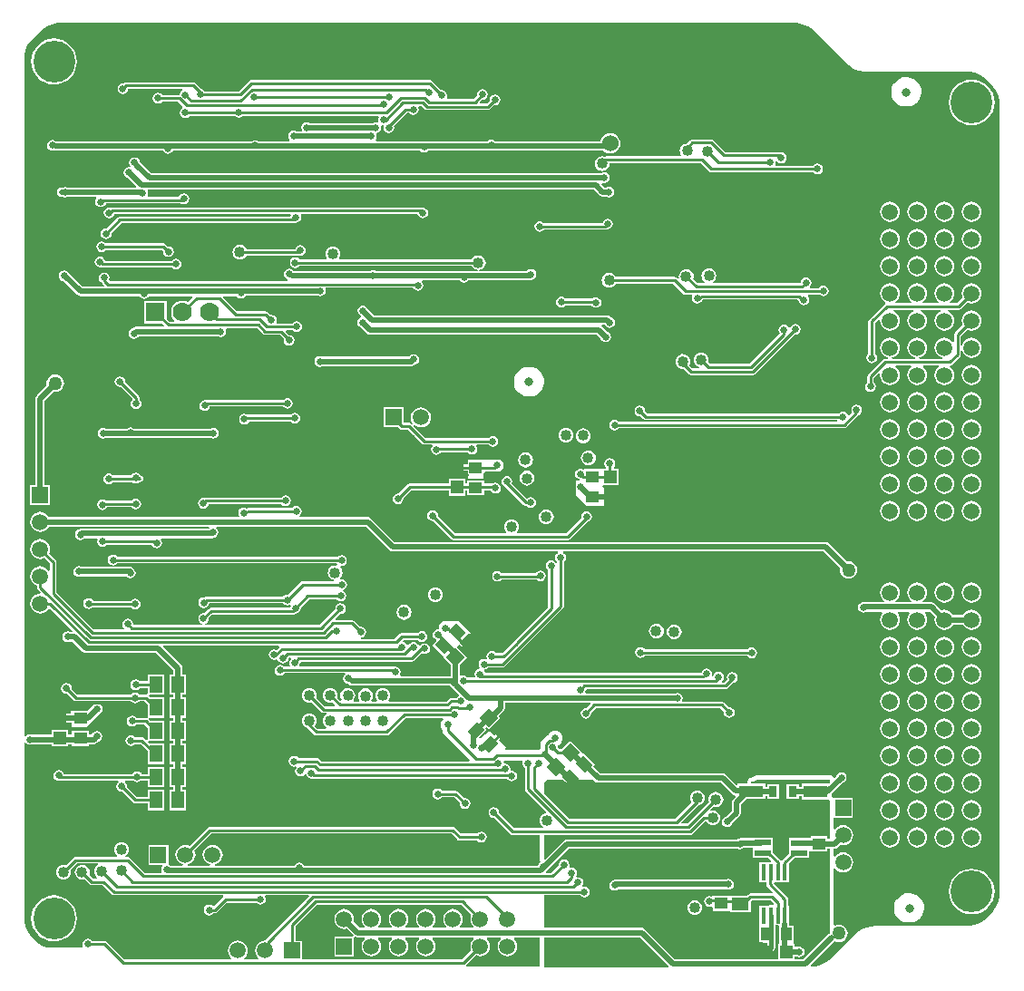
<source format=gbl>
%FSTAX23Y23*%
%MOIN*%
%SFA1B1*%

%IPPOS*%
%AMD33*
4,1,4,-0.031300,-0.002100,-0.002100,-0.031300,0.031300,0.002100,0.002100,0.031300,-0.031300,-0.002100,0.0*
%
%AMD68*
4,1,4,0.033400,0.000000,0.000000,0.033400,-0.033400,0.000000,0.000000,-0.033400,0.033400,0.000000,0.0*
%
%AMD69*
4,1,4,0.002100,-0.031300,0.031300,-0.002100,-0.002100,0.031300,-0.031300,0.002100,0.002100,-0.031300,0.0*
%
%AMD70*
4,1,4,0.000000,0.033400,-0.033400,0.000000,0.000000,-0.033400,0.033400,0.000000,0.000000,0.033400,0.0*
%
%ADD10C,0.020000*%
%ADD11C,0.010000*%
%ADD12C,0.032000*%
%ADD13R,0.047240X0.060000*%
%ADD14R,0.047240X0.041340*%
%ADD26R,0.041340X0.047240*%
%ADD27R,0.047240X0.047240*%
%ADD29R,0.060000X0.047240*%
%ADD30R,0.047240X0.047240*%
G04~CAMADD=33~9~0.0~0.0~413.4~472.4~0.0~0.0~0~0.0~0.0~0.0~0.0~0~0.0~0.0~0.0~0.0~0~0.0~0.0~0.0~135.0~626.0~625.0*
%ADD33D33*%
%ADD51C,0.015000*%
%ADD54C,0.040000*%
%ADD55C,0.060000*%
%ADD56C,0.153540*%
%ADD57C,0.059060*%
%ADD58R,0.059060X0.059060*%
%ADD59R,0.059060X0.059060*%
%ADD60C,0.070000*%
%ADD61R,0.070000X0.070000*%
%ADD62C,0.025000*%
%ADD63C,0.050000*%
%ADD64C,0.030000*%
%ADD65R,0.017720X0.059060*%
%ADD66R,0.031500X0.041340*%
%ADD67R,0.086610X0.043310*%
G04~CAMADD=68~10~0.0~472.4~0.0~0.0~0.0~0.0~0~0.0~0.0~0.0~0.0~0~0.0~0.0~0.0~0.0~0~0.0~0.0~0.0~315.0~472.4~0.0*
%ADD68D68*%
G04~CAMADD=69~9~0.0~0.0~413.4~472.4~0.0~0.0~0~0.0~0.0~0.0~0.0~0~0.0~0.0~0.0~0.0~0~0.0~0.0~0.0~225.0~626.0~625.0*
%ADD69D69*%
G04~CAMADD=70~10~0.0~472.4~0.0~0.0~0.0~0.0~0~0.0~0.0~0.0~0.0~0~0.0~0.0~0.0~0.0~0~0.0~0.0~0.0~405.0~472.4~0.0*
%ADD70D70*%
%ADD71R,0.059060X0.022440*%
%LNpcb_obdh-1*%
%LPD*%
G36*
X04272Y03431D02*
X0427Y03424D01*
X04269Y03415*
X0427Y03405*
X04274Y03396*
X04279Y03389*
X04281Y03387*
X0428Y03382*
X04231*
X04229Y03387*
X04231Y03389*
X04237Y03396*
X04241Y03405*
X04242Y03415*
X04241Y03424*
X04237Y03433*
X04231Y03441*
X04224Y03447*
X04215Y0345*
X04205Y03452*
X04196Y0345*
X04187Y03447*
X04179Y03441*
X04174Y03433*
X0417Y03424*
X04169Y03415*
X0417Y03405*
X04174Y03396*
X04179Y03389*
X04181Y03387*
X0418Y03382*
X04131*
X04129Y03387*
X04131Y03389*
X04137Y03396*
X04141Y03405*
X04142Y03415*
X04141Y03424*
X04137Y03433*
X04131Y03441*
X04124Y03447*
X04115Y0345*
X04105Y03452*
X04096Y0345*
X04087Y03447*
X04079Y03441*
X04074Y03433*
X0407Y03424*
X04069Y03415*
X0407Y03405*
X04074Y03396*
X04079Y03389*
X04081Y03387*
X0408Y03382*
X04031*
X04029Y03387*
X04031Y03389*
X04037Y03396*
X04041Y03405*
X04042Y03415*
X04041Y03424*
X04037Y03433*
X04031Y03441*
X04024Y03447*
X04015Y0345*
X04005Y03452*
X03996Y0345*
X03987Y03447*
X03979Y03441*
X03974Y03433*
X0397Y03424*
X03969Y03415*
X0397Y03405*
X03974Y03396*
X03979Y03389*
X03981Y03387*
X0398Y03382*
X03931*
X03929Y03387*
X03931Y03389*
X03937Y03396*
X03941Y03405*
X03942Y03415*
X03941Y03424*
X03937Y03433*
X03931Y03441*
X03924Y03447*
X03915Y0345*
X03905Y03452*
X03896Y0345*
X03887Y03447*
X03879Y03441*
X03874Y03433*
X0387Y03424*
X03869Y03415*
X0387Y03405*
X03874Y03396*
X03879Y03389*
X03881Y03387*
X0388Y03382*
X03863*
X03841Y03404*
X03841Y03405*
X03842Y03415*
X03841Y03424*
X03837Y03433*
X03831Y03441*
X03824Y03447*
X03815Y0345*
X03805Y03452*
X03796Y0345*
X03787Y03447*
X03779Y03441*
X03774Y03433*
X0377Y03424*
X03769Y03415*
X0377Y03405*
X03774Y03396*
X03779Y03389*
X03787Y03383*
X03796Y03379*
X03805Y03378*
X03815Y03379*
X03816Y0338*
X03839Y03356*
X03837Y03351*
X03769*
Y03278*
X03842*
Y03347*
X03847Y0335*
X03849Y03349*
X03855Y03348*
X0388*
X03881Y03343*
X03879Y03341*
X03874Y03333*
X0387Y03324*
X03869Y03315*
X0387Y03305*
X03874Y03296*
X03879Y03289*
X03887Y03283*
X03896Y03279*
X03905Y03278*
X03915Y03279*
X03924Y03283*
X03931Y03289*
X03937Y03296*
X03941Y03305*
X03942Y03315*
X03941Y03324*
X03937Y03333*
X03931Y03341*
X03929Y03343*
X03931Y03348*
X0398*
X03981Y03343*
X03979Y03341*
X03974Y03333*
X0397Y03324*
X03969Y03315*
X0397Y03305*
X03974Y03296*
X03979Y03289*
X03987Y03283*
X03996Y03279*
X04005Y03278*
X04015Y03279*
X04024Y03283*
X04031Y03289*
X04037Y03296*
X04041Y03305*
X04042Y03315*
X04041Y03324*
X04037Y03333*
X04031Y03341*
X04029Y03343*
X04031Y03348*
X0408*
X04081Y03343*
X04079Y03341*
X04074Y03333*
X0407Y03324*
X04069Y03315*
X0407Y03305*
X04074Y03296*
X04079Y03289*
X04087Y03283*
X04096Y03279*
X04105Y03278*
X04115Y03279*
X04124Y03283*
X04131Y03289*
X04137Y03296*
X04141Y03305*
X04142Y03315*
X04141Y03324*
X04137Y03333*
X04131Y03341*
X04129Y03343*
X04131Y03348*
X0428*
X04281Y03343*
X04279Y03341*
X04274Y03333*
X0427Y03324*
X04269Y03315*
X0427Y03305*
X04272Y03299*
X04239Y03266*
X03651*
Y03335*
X03627*
Y03389*
X03705Y03467*
X04236*
X04272Y03431*
G37*
G36*
X05306Y03676D02*
Y0364D01*
X05364*
X05375Y03629*
X05373Y03624*
X05332*
Y03551*
X05357*
Y03543*
X05358Y03538*
X05361Y03534*
X05382Y03513*
X05379Y03509*
X05378Y03509*
X05298*
X05294Y03508*
X0529Y03505*
X05285Y03501*
X05225*
Y035*
X05221Y03499*
X05159*
X05154Y03498*
X05148Y035*
X0514Y03498*
X05134Y03494*
X05129Y03487*
X05128Y0348*
X05129Y03472*
X05134Y03466*
X0514Y03461*
X05148Y0346*
X05154Y03461*
X05159Y03458*
Y03444*
X05221*
X05225Y03444*
Y0344*
X05299*
Y03481*
X05303Y03485*
X05373*
X05385Y03472*
X05385Y03472*
X05385Y03466*
X05384Y03466*
X05379Y03468*
X05369*
X05368Y03467*
X05364Y03465*
X05332*
Y03431*
X0533Y03429*
Y03329*
X05359Y03328*
Y03314*
X05348Y03303*
X05346Y03299*
X05345Y03294*
X05346Y0329*
X05348Y03286*
X05352Y03283*
X05357Y03282*
X05362Y03283*
X05366Y03286*
X05377Y03297*
X05379Y03297*
X05384Y03301*
X05387Y03305*
X05389Y03311*
Y03392*
X05399*
X05403Y0339*
Y03328*
X054Y03325*
Y03267*
X05022*
X04912Y03377*
X04906Y03381*
X049Y03382*
X04539*
Y03502*
X04673*
X04674Y035*
X04681Y03496*
X04688Y03494*
X04696Y03496*
X04703Y035*
X04707Y03506*
X04708Y03514*
X04707Y03522*
X04703Y03528*
X04696Y03532*
X04688Y03534*
X04683Y03533*
X0468Y03537*
X04683Y03542*
X04684Y0355*
X04683Y03557*
X04679Y03564*
X04672Y03568*
X04664Y03569*
X04659Y03568*
X04656Y03573*
X04659Y03577*
X0466Y03585*
X04659Y03593*
X04655Y03599*
X04648Y03603*
X0464Y03605*
X04636Y03604*
X04634Y03606*
X04633Y03608*
X04634Y03615*
X04632Y03623*
X04628Y03629*
X04622Y03634*
X04614Y03635*
X04606Y03634*
X046Y03629*
X04596Y03623*
X04594Y03615*
X04595Y03613*
X04565Y03584*
X04549*
X04547Y03588*
X04632Y03674*
X0525*
X05252Y03673*
X0526Y03671*
X05267Y03673*
X05274Y03677*
X05274Y03677*
X05302*
X05306Y03676*
G37*
G36*
X04611Y03928D02*
X04618Y03921D01*
X04624Y03917*
X0463Y03916*
X04637Y03917*
X04643Y03921*
X04646Y03927*
X04647Y03928*
X04719*
X04727Y03921*
X04732Y03917*
X04739Y03916*
X0519*
X05232Y03874*
X05238Y0387*
X05241Y0387*
X05243Y03864*
X05234Y03855*
X0523Y03849*
X05229Y03843*
Y03812*
X05208Y0379*
X05206Y0379*
X05199Y03786*
X05195Y03779*
X05193Y03772*
X05195Y03764*
X05199Y03757*
X05206Y03753*
X05213Y03752*
X05221Y03753*
X05227Y03757*
X05232Y03764*
X05232Y03766*
X05259Y03792*
X05262Y03798*
X05264Y03805*
Y03836*
X05285Y03857*
X05353*
Y03866*
X05359*
Y03856*
X05404*
Y03911*
X05359*
Y03901*
X05353*
Y03914*
X05302*
X05302Y03919*
X05306Y0392*
X05316Y03924*
X05322Y03928*
X0559*
Y03916*
X05586Y03912*
X05487*
Y03901*
X05477*
Y03911*
X05432*
Y03856*
X05477*
Y03866*
X05487*
Y03855*
X05588*
X0559Y03851*
Y03709*
X05581*
Y03719*
X05519*
Y03714*
X05515Y03713*
X05442*
Y03676*
Y03675*
Y03656*
X05416Y0363*
X05415Y03629*
X05409Y03629*
X05408Y0363*
X05379Y03659*
Y03676*
Y03677*
Y03714*
X05306*
Y03712*
X05263*
X05257Y03711*
X05256Y0371*
X05252Y03709*
X0525Y03708*
X04625*
X04618Y03707*
X04613Y03703*
X04543Y03634*
X04539Y03636*
Y03724*
X05077*
X05082Y03725*
X05086Y03728*
X05131Y03773*
X05136Y03772*
X05136Y03772*
X05141Y03767*
X05146Y03762*
X05153Y0376*
X0516Y03759*
X05167Y0376*
X05174Y03762*
X05179Y03767*
X05184Y03772*
X05186Y03779*
X05187Y03786*
X05186Y03793*
X05184Y038*
X05179Y03805*
X05174Y0381*
X05167Y03812*
X0516Y03813*
X05154Y03812*
X05152Y03814*
X05151Y03817*
X05163Y03829*
X05165Y03828*
X05172Y03827*
X05179Y03828*
X05185Y03831*
X05191Y03835*
X05195Y03841*
X05198Y03848*
X05199Y03855*
X05198Y03862*
X05195Y03868*
X05191Y03874*
X05185Y03878*
X05179Y03881*
X05172Y03882*
X05165Y03881*
X05158Y03878*
X05152Y03874*
X05148Y03868*
X05145Y03862*
X05144Y03855*
X05145Y03848*
X05146Y03846*
X05066Y03766*
X05047*
X05045Y03771*
X05108Y03834*
X0511Y03834*
X05117Y03837*
X05122Y03841*
X05127Y03847*
X05129Y03853*
X0513Y03861*
X05129Y03868*
X05127Y03874*
X05122Y0388*
X05117Y03884*
X0511Y03887*
X05103Y03888*
X05096Y03887*
X05089Y03884*
X05084Y0388*
X05079Y03874*
X05077Y03868*
X05076Y03861*
X05077Y03853*
X05079Y03847*
X05082Y03843*
X05022Y03783*
X04632*
X04539Y03876*
Y03916*
X04551Y03928*
X04611*
G37*
G36*
X04524Y03241D02*
X04256D01*
X04254Y03243*
X04254Y03246*
X0429Y03282*
X04296Y03279*
X04305Y03278*
X04315Y03279*
X04324Y03283*
X04331Y03289*
X04337Y03296*
X04341Y03305*
X04342Y03315*
X04341Y03324*
X04337Y03333*
X04331Y03341*
X04329Y03343*
X04331Y03348*
X0438*
X04381Y03343*
X04379Y03341*
X04374Y03333*
X0437Y03324*
X04369Y03315*
X0437Y03305*
X04374Y03296*
X04379Y03289*
X04387Y03283*
X04396Y03279*
X04405Y03278*
X04415Y03279*
X04424Y03283*
X04431Y03289*
X04437Y03296*
X04441Y03305*
X04442Y03315*
X04441Y03324*
X04437Y03333*
X04431Y03341*
X04429Y03343*
X04431Y03348*
X04524*
Y03241*
G37*
G36*
X05492Y06705D02*
X0551Y06698D01*
X05526Y06687*
X05533Y0668*
X05609Y06603*
X05643Y0657*
X05643Y0657*
X05643Y06569*
X05643*
X05644Y06569*
X05644Y06569*
X05644Y06569*
X05655Y06559*
X05662Y06552*
X05678Y06541*
X05697Y06534*
X05716Y0653*
X05726Y06529*
X06106*
X06125Y06526*
X06143Y06518*
X0616Y06507*
X06167Y065*
X06168Y06499*
X06184Y06482*
X06191Y06475*
X06202Y06459*
X0621Y06441*
X06214Y06421*
Y06412*
Y03523*
Y03498*
X0621Y03479*
X06202Y0346*
X06191Y03444*
X06165Y03418*
X06158Y03411*
X06142Y034*
X06124Y03393*
X06105Y03389*
X05754*
X05744Y03388*
X05725Y03385*
X05707Y03377*
X0569Y03366*
X05683Y0336*
X05625Y03301*
X05594Y0327*
X05587Y03263*
X0557Y03252*
X05552Y03245*
X05533Y03241*
X05521*
X0552Y03245*
X05608Y03334*
X05615Y03331*
X05624Y0333*
X05632Y03331*
X0564Y03334*
X05646Y03339*
X05651Y03346*
X05655Y03354*
X05656Y03362*
X05655Y0337*
X05651Y03378*
X05646Y03385*
X0564Y0339*
X05632Y03393*
X05624Y03394*
X05615Y03393*
X0561Y03391*
X05605Y03394*
Y03599*
X0561Y03601*
X05613Y03597*
X0562Y03591*
X05629Y03588*
X05639Y03586*
X05648Y03588*
X05657Y03591*
X05665Y03597*
X05671Y03605*
X05674Y03614*
X05676Y03623*
X05674Y03633*
X05671Y03642*
X05665Y03649*
X05657Y03655*
X05648Y03659*
X05639Y0366*
X05629Y03659*
X0562Y03655*
X05613Y03649*
X0561Y03645*
X05605Y03647*
Y03674*
X05607*
X05614Y03675*
X05619Y03679*
X05628Y03688*
X05629Y03688*
X05639Y03686*
X05648Y03688*
X05657Y03691*
X05665Y03697*
X05671Y03705*
X05674Y03714*
X05676Y03723*
X05674Y03733*
X05671Y03742*
X05665Y03749*
X05657Y03755*
X05648Y03759*
X05639Y0376*
X05629Y03759*
X0562Y03755*
X05613Y03749*
X0561Y03745*
X05605Y03747*
Y03787*
X05675*
Y0386*
X05602*
X05602Y0386*
X05601Y03861*
X056Y03863*
X056Y03864*
X05598Y03866*
X05598Y03866*
X05598Y03866*
X05596Y03867*
X05596Y03868*
X05596Y03869*
X05596Y03873*
X05638Y03916*
X0564Y03916*
X05647Y0392*
X05651Y03927*
X05652Y03935*
X05651Y03942*
X05647Y03949*
X0564Y03953*
X05633Y03954*
X05625Y03953*
X05619Y03949*
X05614Y03942*
X05614Y0394*
X05608Y03935*
X05602Y03936*
X056Y03939*
X05596Y03942*
X0559Y03944*
X05322*
X0532Y03943*
X05318Y03943*
X05317Y03943*
X05316Y03942*
X05315Y03941*
X05313Y0394*
X05308Y03937*
X05302Y03934*
X053Y03934*
X05297Y03933*
X05295Y03933*
X05295Y03932*
X05294Y03932*
X05292Y03931*
X0529Y03929*
X0529Y03929*
X0529Y03928*
X05289Y03926*
X05287Y03924*
X05287Y03923*
X05287Y03923*
X05287Y0392*
X05287Y03918*
X05287Y03918*
X05283Y03914*
X05252*
Y0391*
X05247Y03908*
X0521Y03945*
X05204Y03949*
X05198Y0395*
X04746*
X04721Y03975*
X04728Y03983*
X04685Y04026*
X04684Y04025*
X0468Y04027*
X04636Y0407*
X04605Y04039*
X04596*
X0459Y04045*
X04591Y04047*
X04589Y04053*
X04594Y04055*
X046Y04059*
X04604Y04065*
X04607Y04072*
X04608Y04079*
X04607Y04086*
X04604Y04093*
X046Y04099*
X04594Y04103*
X04587Y04106*
X0458Y04107*
X04573Y04106*
X04566Y04103*
X04561Y04099*
X04556Y04093*
X04555Y04091*
X04553Y0409*
X04546Y04086*
X04532Y04071*
X04527Y04065*
X04526Y04057*
Y04041*
X04524Y0404*
X04523Y04038*
X04398*
X04397Y04043*
X044Y04047*
X04401*
X04375Y04073*
X04396Y04094*
X04399Y04098*
X044Y04103*
X04399Y04108*
X04396Y04112*
X04392Y04114*
X04388Y04115*
X04383Y04114*
X04379Y04112*
X04357Y0409*
X0434Y04107*
X04308Y04079*
X04302Y04081*
X04302Y04082*
X0433Y0411*
X04323Y04117*
X04326Y04121*
X04336Y04112*
X04379Y04155*
X04374Y0416*
X04392Y04179*
X04395Y04184*
X04397Y04191*
Y04211*
X0471*
X04711Y04206*
X04696Y04191*
X04694Y04191*
X04686Y0419*
X0468Y04185*
X04676Y04179*
X04674Y04171*
X04676Y04164*
X0468Y04157*
X04686Y04153*
X04694Y04151*
X04702Y04153*
X04708Y04157*
X04712Y04164*
X04714Y04171*
X04713Y04173*
X0473Y0419*
X05188*
X05201Y04176*
X05201Y04174*
X05202Y04167*
X05207Y0416*
X05213Y04156*
X05221Y04154*
X05228Y04156*
X05235Y0416*
X05239Y04167*
X05241Y04174*
X05239Y04182*
X05235Y04188*
X05228Y04193*
X05221Y04194*
X05219Y04194*
X05202Y04211*
X05198Y04213*
X05193Y04214*
X05049*
X05047Y04218*
X05047Y04219*
X05049Y04227*
X05047Y04234*
X05043Y04241*
X05036Y04245*
X05029Y04247*
X05022Y04245*
X04694*
X04692Y04249*
X04692Y0425*
X04693Y04257*
X04697Y0426*
X05208*
X05212Y04261*
X05216Y04264*
X05235Y04283*
X0524Y04284*
X05246Y04288*
X05251Y04295*
X05252Y04302*
X05251Y0431*
X05246Y04316*
X0524Y04321*
X05232Y04322*
X05225Y04321*
X05218Y04316*
X05214Y0431*
X05212Y04302*
X05214Y04296*
X05203Y04285*
X05195*
X05193Y0429*
X05195Y04291*
X052Y04298*
X05201Y04305*
X052Y04313*
X05195Y04319*
X05189Y04324*
X05181Y04325*
X05174Y04324*
X05167Y04319*
X05163Y04313*
X05162Y04305*
X05161Y04305*
X0516Y04305*
X05159Y04306*
X05156Y04311*
X05158Y04317*
X05156Y04324*
X05152Y04331*
X05145Y04335*
X05138Y04337*
X0513Y04335*
X05124Y04331*
X05119Y04324*
X05118Y04319*
X04323*
X04323Y04322*
X04319Y04327*
X04321Y04332*
X04321Y04332*
X04327Y04333*
X04333Y04337*
X04334Y04339*
X04387*
X04391Y0434*
X04395Y04343*
X04609Y04557*
X04612Y04561*
X04613Y04565*
Y04729*
X04614Y0473*
X04619Y04737*
X0462Y04744*
X04619Y04752*
X04614Y04758*
X0461Y04761*
X04612Y04766*
X05567*
X05628Y04705*
X05627Y04698*
X05628Y0469*
X05631Y04682*
X05637Y04676*
X05643Y0467*
X05651Y04667*
X05659Y04666*
X05668Y04667*
X05675Y0467*
X05682Y04676*
X05687Y04682*
X05691Y0469*
X05692Y04698*
X05691Y04707*
X05687Y04714*
X05682Y04721*
X05675Y04726*
X05668Y04729*
X05659Y04731*
X05652Y0473*
X05587Y04796*
X05581Y04799*
X05574Y04801*
X03992*
X03905Y04887*
X039Y04891*
X03893Y04892*
X03642*
X0364Y04897*
X03644Y04899*
X03648Y04906*
X03649Y04913*
X03648Y04921*
X03644Y04927*
X03637Y04932*
X03629Y04933*
X03622Y04932*
X03615Y04927*
X03614Y04926*
X03452*
X03448Y04925*
X03447Y04924*
X03444Y04926*
X03437Y04928*
X03429Y04926*
X03422Y04922*
X03418Y04915*
X03417Y04908*
X03418Y049*
X0342Y04897*
X03418Y04892*
X0272*
X0272Y04893*
X02714Y04901*
X02707Y04907*
X02698Y0491*
X02688Y04912*
X02679Y0491*
X0267Y04907*
X02662Y04901*
X02656Y04893*
X02653Y04884*
X02651Y04875*
X02653Y04865*
X02656Y04856*
X02662Y04849*
X0267Y04843*
X02679Y04839*
X02688Y04838*
X02698Y04839*
X02707Y04843*
X02714Y04849*
X0272Y04856*
X0272Y04857*
X03308*
X0331Y04852*
X03308Y0485*
X0284*
X02834Y04849*
X02831Y04847*
X02828Y04846*
X02822Y04842*
X02817Y04836*
X02816Y04828*
X02817Y0482*
X02822Y04814*
X02828Y0481*
X02836Y04808*
X02843Y0481*
X0285Y04814*
X02851Y04815*
X02897*
X02899Y04811*
X029Y0481*
X02898Y04803*
X029Y04795*
X02904Y04789*
X0291Y04785*
X02918Y04783*
X02926Y04785*
X02932Y04789*
X02933Y04791*
X03098*
X03098Y0479*
X03102Y04784*
X03109Y04779*
X03116Y04778*
X03124Y04779*
X0313Y04784*
X03135Y0479*
X03136Y04798*
X03135Y04805*
X03131Y0481*
X03134Y04815*
X03319*
X03326Y04817*
X03327Y04817*
X03331Y04818*
X03337Y04822*
X03341Y04829*
X03343Y04837*
X03341Y04844*
X03337Y04851*
X03334Y04852*
X03336Y04857*
X03886*
X03972Y04771*
X03978Y04767*
X03985Y04766*
X04589*
X0459Y04761*
X04586Y04758*
X04582Y04752*
X0458Y04744*
X04582Y04737*
X04586Y0473*
X04588Y04729*
X04588Y04724*
X04583Y04723*
X0458Y04728*
X04573Y04732*
X04566Y04734*
X04558Y04732*
X04552Y04728*
X04547Y04722*
X04546Y04714*
X04547Y04706*
X04552Y047*
X04553Y04699*
Y04561*
X0443Y04438*
X04428Y04434*
X04387Y04393*
X04363*
X04362Y04395*
X04356Y04399*
X04348Y044*
X0434Y04399*
X04334Y04395*
X0433Y04388*
X04328Y04381*
X04329Y04374*
X04329Y04373*
X04327Y04371*
X04325Y0437*
X04319Y04371*
X04312Y0437*
X04305Y04366*
X04301Y04359*
X04299Y04351*
X04301Y04344*
X04304Y04339*
X04302Y04334*
X04302Y04334*
X04297Y04333*
X0429Y04329*
X04286Y04322*
X04284Y04314*
X04286Y04307*
X04286Y04306*
X04284Y04302*
X04258*
X04257Y04305*
X0425Y04309*
X04243Y0431*
X04236Y04309*
X04234Y04309*
X04231Y04311*
Y04351*
X04257Y04377*
X04219Y04415*
X04226Y04422*
X04231Y04422*
X04232Y0442*
X04236Y04418*
X04241Y04417*
X04265*
X0427Y04418*
X04274Y0442*
X04276Y04424*
X04277Y04429*
X04276Y04434*
X04274Y04438*
X0427Y0444*
X04265Y04441*
X04252*
X0425Y04446*
X04271Y04468*
X04227Y04511*
X04167*
X04153Y04498*
X04153*
Y04482*
X04151Y0448*
X04143Y04479*
X04137Y04474*
X04132Y04468*
X04131Y0446*
X04132Y04453*
X04137Y04446*
X04143Y04442*
X04144Y04441*
X04145Y04437*
X04129Y04421*
X04171Y04378*
X0417Y04377*
X04196Y04351*
Y04308*
X04013*
X0401Y04313*
X04012Y04315*
X04013Y04323*
X04012Y0433*
X04007Y04337*
X04001Y04341*
X03993Y04343*
X0399Y04342*
X03989Y04343*
X03985Y04344*
X03642*
X0364Y04348*
X03641Y0435*
X03643Y04357*
X03647Y04361*
X04054*
X04058Y04362*
X04062Y04364*
X0409Y04392*
X04093Y0439*
X041Y04389*
X04108Y0439*
X04114Y04395*
X04119Y04401*
X0412Y04409*
X04119Y04416*
X04114Y04423*
X04108Y04427*
X041Y04428*
X04093Y04427*
X04086Y04423*
X04084Y0442*
X04084Y04419*
X04079Y04422*
X04078Y04422*
X04074Y04428*
X04068Y04432*
X0406Y04434*
X04053Y04432*
X04046Y04428*
X04042Y04422*
X04037Y04422*
X04036Y04422*
X04032Y04429*
X04026Y04433*
X04024Y04433*
X04022Y04438*
X04024Y04441*
X04076*
X04077Y04439*
X04084Y04435*
X04091Y04434*
X04099Y04435*
X04105Y04439*
X0411Y04446*
X04111Y04453*
X0411Y04461*
X04105Y04468*
X04099Y04472*
X04091Y04473*
X04084Y04472*
X04077Y04468*
X04076Y04466*
X04017*
X04012Y04465*
X04008Y04462*
X03991Y04445*
X03868*
X03867Y0445*
X03874Y04451*
X0388Y04455*
X03884Y04462*
X03886Y04469*
X03884Y04477*
X0388Y04483*
X03874Y04488*
X03866Y04489*
X03864Y04489*
X03842Y04511*
X03838Y04514*
X03833Y04514*
X03775*
X03773Y04519*
X0379Y04536*
X03792Y04536*
X038Y04537*
X03806Y04542*
X03811Y04548*
X03812Y04556*
X03811Y04563*
X03806Y0457*
X038Y04574*
X03792Y04576*
X03785Y04574*
X03778Y0457*
X03774Y04563*
X03773Y04556*
X03773Y04554*
X03715Y04496*
X03293*
X03293Y04501*
X03296Y04501*
X03303Y04506*
X03307Y04512*
X03308Y0452*
X03308Y04522*
X03321Y04535*
X03616*
X03621Y04535*
X03624Y04538*
X03626Y04537*
X03634Y04539*
X0364Y04543*
X03645Y04549*
X03646Y04557*
X03646Y04559*
X03676Y0459*
X03778*
X03779Y04588*
X03786Y04583*
X03793Y04582*
X03801Y04583*
X03807Y04588*
X03812Y04594*
X03813Y04602*
X03812Y04609*
X03807Y04616*
X03801Y0462*
X03801Y0462*
Y04625*
X03804Y04626*
X0381Y0463*
X03815Y04637*
X03816Y04644*
X03815Y04652*
X0381Y04658*
X03804Y04663*
X03796Y04664*
X03792Y04663*
X0379Y04668*
X03791Y04669*
X03796Y04674*
X03798Y04681*
X03799Y04688*
X03798Y04695*
X03796Y04702*
X03791Y04707*
X03791Y04708*
X03793Y04712*
X03796Y04712*
X03803Y04713*
X0381Y04718*
X03814Y04724*
X03815Y04732*
X03814Y04739*
X0381Y04746*
X03803Y0475*
X03796Y04752*
X03788Y0475*
X03782Y04746*
X02972*
X0297Y04749*
X02964Y04754*
X02956Y04755*
X02949Y04754*
X02942Y04749*
X02938Y04743*
X02936Y04735*
X02938Y04728*
X02942Y04721*
X02949Y04717*
X02956Y04715*
X02964Y04717*
X0297Y04721*
X02971Y04722*
X03777*
X03779Y04719*
X03776Y04715*
X03772Y04715*
X03765Y04714*
X03758Y04712*
X03753Y04707*
X03748Y04702*
X03746Y04695*
X03745Y04688*
X03746Y04681*
X03748Y04674*
X03753Y04669*
X03758Y04665*
X03765Y04662*
X03766Y04662*
X03766Y04657*
X03653*
X03648Y04656*
X03644Y04653*
X03599Y04608*
X03596Y04608*
X03589Y04607*
X03582Y04602*
X03581Y046*
X03299*
X03295Y04599*
X03292Y04598*
X03289Y04598*
X03282Y04597*
X03275Y04592*
X03271Y04586*
X03269Y04578*
X03271Y04571*
X03275Y04564*
X03282Y0456*
X03289Y04558*
X03297Y0456*
X03303Y04564*
X03308Y04571*
X03309Y04576*
X03581*
X03582Y04574*
X03589Y0457*
X03596Y04568*
X03604Y0457*
X03606Y04571*
X0361Y04568*
X03608Y04565*
X03607Y04559*
X03316*
X03311Y04558*
X03307Y04555*
X03291Y04539*
X03288Y04539*
X03281Y04538*
X03274Y04534*
X0327Y04527*
X03269Y0452*
X0327Y04512*
X03274Y04506*
X03281Y04501*
X03284Y04501*
X03284Y04496*
X03034*
X0303Y04499*
X03028Y04506*
X03024Y04513*
X03017Y04517*
X0301Y04519*
X03002Y04517*
X02996Y04513*
X02991Y04506*
X0299Y04499*
X02991Y04491*
X02996Y04485*
X02997Y04484*
X02996Y04479*
X02885*
X02748Y04616*
Y04727*
X02747Y04732*
X02744Y04736*
X02721Y04759*
X02724Y04765*
X02725Y04775*
X02724Y04784*
X0272Y04793*
X02714Y04801*
X02707Y04807*
X02698Y0481*
X02688Y04812*
X02679Y0481*
X0267Y04807*
X02662Y04801*
X02656Y04793*
X02653Y04784*
X02651Y04775*
X02653Y04765*
X02656Y04756*
X02662Y04749*
X0267Y04743*
X02679Y04739*
X02688Y04738*
X02698Y04739*
X02704Y04742*
X02723Y04722*
Y04697*
X02718Y04695*
X02714Y04701*
X02707Y04707*
X02698Y0471*
X02688Y04712*
X02679Y0471*
X0267Y04707*
X02662Y04701*
X02656Y04693*
X02653Y04684*
X02651Y04675*
X02653Y04665*
X02656Y04656*
X02662Y04649*
X0267Y04643*
X02676Y0464*
Y04634*
X02677Y04629*
X02679Y04625*
X02689Y04616*
X02687Y04611*
X02679Y0461*
X0267Y04607*
X02662Y04601*
X02656Y04593*
X02653Y04584*
X02651Y04575*
X02653Y04565*
X02656Y04556*
X02662Y04549*
X0267Y04543*
X02679Y04539*
X02688Y04538*
X02698Y04539*
X02707Y04543*
X02714Y04549*
X02719Y04555*
X02725Y04556*
X02807Y04474*
X02805Y0447*
X02798*
X02797Y04471*
X02789Y04472*
X02782Y04471*
X02775Y04466*
X02771Y0446*
X02769Y04452*
X02771Y04445*
X02775Y04438*
X02782Y04434*
X02789Y04432*
X02797Y04434*
X02798Y04435*
X02808*
X02845Y04398*
X0285Y04394*
X02857Y04393*
X03113*
X03176Y0433*
Y04314*
X03163*
Y0424*
X03176*
Y04229*
X03163*
Y04155*
X03176*
Y04144*
X03163*
Y0407*
X03176*
Y04059*
X03163*
Y03985*
X03176*
Y03974*
X03163*
Y039*
X03176*
Y03889*
X03163*
Y03815*
X03224*
Y03889*
X03211*
Y039*
X03224*
Y03974*
X03211*
Y03985*
X03224*
Y04059*
X03211*
Y0407*
X03224*
Y04144*
X03211*
Y04155*
X03224*
Y04229*
X03211*
Y0424*
X03224*
Y04314*
X03211*
Y04337*
X03209Y04344*
X03206Y0435*
X0314Y04415*
X03142Y0442*
X03564*
X03566Y04417*
X03566Y04415*
X03556Y04405*
X03556Y04405*
X03548Y04407*
X03541Y04405*
X03534Y04401*
X0353Y04395*
X03528Y04387*
X0353Y04379*
X03534Y04373*
X03541Y04369*
X03548Y04367*
X03556Y04369*
X03558Y0437*
X03562Y04368*
X03562Y04367*
X03567Y04361*
X03573Y04356*
X03581Y04355*
X03588Y04356*
X03595Y04361*
X03599Y04367*
X036Y04374*
X03605Y04377*
X03608Y04377*
X03609Y04371*
X03604Y04365*
X03603Y04357*
X03604Y0435*
X03606Y04348*
X03603Y04344*
X03583*
X03577Y04347*
X0357Y04349*
X03562Y04347*
X03556Y04343*
X03551Y04337*
X0355Y04329*
X03551Y04321*
X03556Y04315*
X03562Y04311*
X0357Y04309*
X03577Y04311*
X03584Y04315*
X03586Y04319*
X03808*
X0381Y04314*
X03808Y04313*
X03804Y04306*
X03802Y04299*
X03804Y04291*
X03808Y04285*
X03814Y0428*
X0382Y04279*
X0382Y04278*
X03826Y04274*
X03833Y04273*
X04194*
X04201Y04266*
X04201Y04266*
X04204Y04264*
X04206Y04261*
X04228Y04239*
X04227Y04235*
X04226Y04234*
X0422Y0423*
X04219Y04228*
X04199*
X04195Y04227*
X04191Y04224*
X0418Y04214*
X0397*
X03968Y04219*
X03971Y04223*
X03973Y04229*
X03974Y04237*
X03973Y04244*
X03971Y0425*
X03966Y04256*
X03961Y0426*
X03954Y04263*
X03947Y04264*
X0394Y04263*
X03934Y0426*
X03928Y04256*
X03924Y0425*
X03921Y04244*
X0392Y04237*
X03921Y04229*
X03924Y04223*
X03927Y04219*
X03925Y04214*
X03907*
X03904Y04219*
X03907Y04222*
X03909Y04228*
X0391Y04235*
X03909Y04242*
X03907Y04249*
X03902Y04255*
X03897Y04259*
X0389Y04262*
X03883Y04263*
X03876Y04262*
X03869Y04259*
X03864Y04255*
X03859Y04249*
X03857Y04242*
X03856Y04235*
X03857Y04228*
X03859Y04222*
X03862Y04219*
X03859Y04214*
X03841*
X03839Y04219*
X03842Y04223*
X03845Y04229*
X03846Y04237*
X03845Y04244*
X03842Y0425*
X03838Y04256*
X03832Y0426*
X03826Y04263*
X03819Y04264*
X03812Y04263*
X03805Y0426*
X038Y04256*
X03795Y0425*
X03792Y04244*
X03792Y04237*
X03792Y04229*
X03795Y04223*
X03796Y04222*
X03794Y04217*
X03792Y04217*
X0378Y04228*
X03781Y04229*
X03782Y04237*
X03781Y04244*
X03778Y0425*
X03774Y04256*
X03768Y0426*
X03762Y04263*
X03755Y04264*
X03748Y04263*
X03741Y0426*
X03735Y04256*
X03731Y0425*
X03728Y04244*
X03727Y04237*
X03728Y04229*
X03731Y04223*
X03735Y04217*
X03741Y04213*
X03748Y0421*
X03755Y04209*
X03762Y0421*
X03763Y04211*
X03772Y04201*
X0377Y04197*
X03734*
X03703Y04228*
X03704Y04229*
X03705Y04237*
X03704Y04244*
X03701Y0425*
X03697Y04256*
X03691Y0426*
X03685Y04263*
X03677Y04264*
X0367Y04263*
X03664Y0426*
X03658Y04256*
X03654Y0425*
X03651Y04244*
X0365Y04237*
X03651Y04229*
X03654Y04223*
X03658Y04217*
X03664Y04213*
X0367Y0421*
X03677Y04209*
X03685Y0421*
X03686Y04211*
X03721Y04176*
X03725Y04173*
X03729Y04172*
X03741*
X03742Y04167*
X03741Y04167*
X03735Y04162*
X03731Y04157*
X03728Y0415*
X03727Y04143*
X03728Y04136*
X03731Y0413*
X03735Y04124*
X0374Y0412*
X0374Y04119*
X03737Y04115*
X03708*
X03698Y04125*
X03701Y0413*
X03704Y04136*
X03705Y04143*
X03704Y0415*
X03701Y04157*
X03697Y04162*
X03691Y04167*
X03685Y0417*
X03677Y0417*
X0367Y0417*
X03664Y04167*
X03658Y04162*
X03654Y04157*
X03651Y0415*
X0365Y04143*
X03651Y04136*
X03654Y0413*
X03658Y04124*
X03664Y0412*
X0367Y04117*
X03672Y04117*
X03694Y04094*
X03698Y04091*
X03703Y0409*
X03961*
X03966Y04091*
X0397Y04094*
X04031Y04155*
X04168*
X0417Y0415*
X04167Y04148*
X04163Y04143*
X0416Y04136*
X04159Y04129*
X0416Y04121*
X04163Y04115*
X04166Y0411*
Y04108*
X04168Y041*
X04172Y04094*
X04267Y03999*
X04265Y03994*
X03722*
X03713Y04003*
X03709Y04006*
X03704Y04007*
X03638*
X03636Y04009*
X0363Y04013*
X03622Y04015*
X03615Y04013*
X03608Y04009*
X03604Y04002*
X03602Y03995*
X03604Y03987*
X03608Y03981*
X03615Y03976*
X03622Y03975*
X03627Y03976*
X0363Y03971*
X03627Y03967*
X03625Y03959*
X03627Y03951*
X03631Y03945*
X03638Y03941*
X03645Y03939*
X03653Y03941*
X03659Y03945*
X03661Y03947*
X03666Y03946*
X03667Y03943*
X03671Y03936*
X03677Y03932*
X03685Y0393*
X03688Y03931*
X03689Y0393*
X03691Y0393*
X03694Y03929*
X03694*
X04405*
X04407Y03927*
X04413Y03923*
X04421Y03921*
X04428Y03923*
X04435Y03927*
X04439Y03934*
X04441Y03941*
X04439Y03949*
X04435Y03955*
X04428Y0396*
X04421Y03961*
X04419Y03961*
X04416Y03964*
X04416Y03966*
X04415Y03974*
X0441Y0398*
X04404Y03984*
X04396Y03986*
X04396Y03986*
X04393Y03988*
X04392Y03994*
X04395Y03998*
X0446*
X04461Y03997*
X04462Y03993*
X04461Y03986*
X04463Y03978*
X04467Y03972*
X04469Y0397*
Y03893*
X0447Y03888*
X04472Y03884*
X04548Y03809*
X04546Y03804*
X04543Y03803*
X04537Y03801*
X04531Y03796*
X04527Y03791*
X04524Y03784*
X04523Y03777*
X04524Y0377*
X04527Y03763*
X04531Y03758*
X04536Y03754*
X04536Y03753*
X04533Y03749*
X04431*
X04375Y03804*
X04375Y03807*
X04374Y03814*
X04369Y03821*
X04363Y03825*
X04355Y03826*
X04348Y03825*
X04341Y03821*
X04337Y03814*
X04336Y03807*
X04337Y03799*
X04341Y03793*
X04348Y03788*
X04355Y03787*
X04358Y03787*
X04417Y03728*
X04421Y03725*
X04425Y03724*
X04524*
Y03636*
X04525Y0363*
X04528Y03625*
X04523Y03622*
X04519Y03616*
X04518Y03611*
X03657*
X03654Y03616*
X03647Y03621*
X0364Y03622*
X03632Y03621*
X03626Y03616*
X03622Y03611*
X03332*
X03332Y03616*
X03332*
X03341Y0362*
X03348Y03625*
X03354Y03633*
X03358Y03642*
X03359Y03651*
X03358Y03661*
X03354Y0367*
X03348Y03678*
X03341Y03683*
X03332Y03687*
X03322Y03688*
X03313Y03687*
X03304Y03683*
X03296Y03678*
X0329Y0367*
X03287Y03661*
X03285Y03651*
X03287Y03642*
X0329Y03633*
X03296Y03625*
X03304Y0362*
X03313Y03616*
X03313*
X03312Y03611*
X03232*
X03232Y03616*
X03232*
X03241Y0362*
X03248Y03625*
X03254Y03633*
X03258Y03642*
X03259Y03651*
X03258Y03661*
X03255Y03667*
X03317Y03729*
X042*
X04221Y03708*
X04225Y03705*
X0423Y03704*
X04294*
X04295Y03702*
X04301Y03698*
X04309Y03697*
X04317Y03698*
X04323Y03702*
X04327Y03709*
X04329Y03716*
X04327Y03724*
X04323Y0373*
X04317Y03735*
X04309Y03736*
X04301Y03735*
X04295Y0373*
X04294Y03729*
X04235*
X04214Y0375*
X0421Y03752*
X04205Y03753*
X03312*
X03307Y03752*
X03303Y0375*
X03238Y03684*
X03232Y03687*
X03222Y03688*
X03213Y03687*
X03204Y03683*
X03196Y03678*
X0319Y0367*
X03187Y03661*
X03185Y03651*
X03187Y03642*
X0319Y03633*
X03196Y03625*
X03204Y0362*
X03213Y03616*
X03213*
X03212Y03611*
X03167*
X03167Y03611*
X0316Y03616*
X03159Y03616*
Y03688*
X03086*
Y03615*
X03136*
X03138Y0361*
X03134Y03605*
X03133Y03597*
X03134Y0359*
X03135Y03588*
X03133Y03584*
X03073*
X03017Y0364*
X03013Y03642*
X03009Y03643*
X03004*
X03002Y03648*
X03006Y03652*
X0301Y03657*
X03013Y03664*
X03014Y03671*
X03013Y03678*
X0301Y03684*
X03006Y0369*
X03001Y03694*
X02994Y03697*
X02987Y03698*
X0298Y03697*
X02973Y03694*
X02968Y0369*
X02963Y03684*
X02961Y03678*
X0296Y03671*
X02961Y03664*
X02963Y03657*
X02968Y03652*
X02972Y03648*
X0297Y03643*
X02818*
X02813Y03642*
X02809Y0364*
X02783Y03613*
X02781Y03614*
X02774Y03615*
X02767Y03614*
X02761Y03611*
X02755Y03607*
X02751Y03601*
X02748Y03594*
X02747Y03587*
X02748Y0358*
X02751Y03574*
X02755Y03568*
X02761Y03564*
X02767Y03561*
X02774Y0356*
X02781Y03561*
X02788Y03564*
X02794Y03568*
X02798Y03574*
X02801Y0358*
X02802Y03587*
X02801Y03594*
X028Y03596*
X02823Y03619*
X02901*
X02902Y03614*
X02901Y03613*
X02895Y03609*
X02891Y03603*
X02888Y03597*
X02887Y0359*
X02888Y03583*
X02891Y03576*
X02895Y0357*
X02898Y03568*
X02896Y03563*
X02883*
X02868Y03578*
X02869Y03579*
X0287Y03587*
X02869Y03594*
X02866Y036*
X02862Y03606*
X02856Y0361*
X02849Y03613*
X02842Y03614*
X02835Y03613*
X02829Y0361*
X02823Y03606*
X02819Y036*
X02816Y03594*
X02815Y03587*
X02816Y03579*
X02819Y03573*
X02823Y03567*
X02829Y03563*
X02835Y0356*
X02842Y03559*
X02849Y0356*
X02851Y03561*
X02869Y03542*
X02873Y0354*
X02878Y03539*
X02917*
X02951Y03505*
X02955Y03503*
X02959Y03502*
X0336*
X03361Y03497*
X0336Y03496*
X03328Y03463*
X03323Y03462*
X03316Y03466*
X03309Y03468*
X03301Y03466*
X03295Y03462*
X0329Y03456*
X03289Y03448*
X0329Y0344*
X03295Y03434*
X03301Y0343*
X03309Y03428*
X03316Y0343*
X03323Y03434*
X03324Y03436*
X03329*
X03334Y03437*
X03338Y03439*
X03374Y03475*
X03482*
X03483Y03473*
X0349Y03469*
X03497Y03467*
X03505Y03469*
X03511Y03473*
X03516Y0348*
X03517Y03487*
X03516Y03495*
X03514Y03497*
X03517Y03502*
X03674*
X03676Y03497*
X03514Y03336*
X03514Y03336*
X03505Y03334*
X03496Y03331*
X03488Y03325*
X03483Y03317*
X03479Y03308*
X03478Y03299*
X03479Y03289*
X03483Y0328*
X03488Y03273*
X0349Y03271*
X03489Y03266*
X0344*
X03438Y03271*
X03441Y03273*
X03446Y0328*
X0345Y03289*
X03451Y03299*
X0345Y03308*
X03446Y03317*
X03441Y03325*
X03433Y03331*
X03424Y03334*
X03414Y03336*
X03405Y03334*
X03396Y03331*
X03388Y03325*
X03383Y03317*
X03379Y03308*
X03378Y03299*
X03379Y03289*
X03383Y0328*
X03388Y03273*
X0339Y03271*
X03389Y03266*
X02998*
X02933Y03331*
X02929Y03334*
X02924Y03335*
X02879*
X02877Y03337*
X02871Y03341*
X02863Y03343*
X02856Y03341*
X02849Y03337*
X02845Y0333*
X02843Y03323*
X02845Y03316*
X02843Y03313*
X02842Y03311*
X02837Y03311*
X02714*
X02703Y03314*
X02693Y03318*
X02683Y03324*
X02679Y03328*
X02657Y03351*
X0265Y03357*
X0264Y03372*
X02634Y03388*
X0263Y03406*
Y03414*
Y04063*
X02635Y04064*
X02637Y04061*
X02643Y04057*
X02651Y04056*
X02659Y04057*
X0266Y04058*
X0273*
Y0405*
X02792*
Y04058*
X02805*
Y04051*
X02867*
Y04058*
X02886*
X02892Y04059*
X02898Y04063*
X02902Y04067*
X02904Y04067*
X0291Y04072*
X02915Y04078*
X02916Y04086*
X02915Y04093*
X0291Y041*
X02904Y04104*
X02896Y04106*
X02889Y04104*
X02882Y041*
X02878Y04093*
X02878Y04093*
X02867*
Y04107*
X02805*
Y04093*
X02792*
Y04111*
X0273*
Y04093*
X0266*
X02659Y04094*
X02651Y04095*
X02643Y04094*
X02637Y0409*
X02635Y04087*
X0263Y04088*
Y06522*
Y06589*
X02634Y06608*
X02642Y06626*
X02653Y06643*
X02673Y06663*
X0269Y0668*
X02696Y06687*
X02713Y06698*
X02731Y06705*
X0275Y06709*
X05472*
X05492Y06705*
G37*
G36*
X0559Y03363D02*
X05586Y03361D01*
X05492Y03267*
X05461*
Y03277*
X05468*
X0547Y03276*
X05478Y03274*
X05485Y03276*
X05492Y0328*
X05496Y03287*
X05498Y03294*
X05496Y03302*
X05492Y03308*
X05485Y03313*
X05478Y03314*
X0547Y03313*
X05468Y03312*
X05461*
Y03325*
X05458Y03328*
Y0339*
X05442*
Y03397*
X05441Y03404*
X05441Y03404*
Y03465*
X05437*
Y03487*
X05436Y03492*
X05434Y03496*
X05384Y03546*
X05386Y03551*
X05441*
Y03621*
X05459Y03639*
X05515*
Y03662*
X05519Y03664*
X05581*
Y03674*
X0559*
Y03363*
G37*
G36*
X04998Y03242D02*
X04996Y03237D01*
X04539*
Y03348*
X04892*
X04998Y03242*
G37*
%LNpcb_obdh-2*%
%LPC*%
G36*
X05094Y03483D02*
X05087Y03483D01*
X0508Y0348*
X05075Y03475*
X0507Y0347*
X05068Y03463*
X05067Y03456*
X05068Y03449*
X0507Y03443*
X05075Y03437*
X0508Y03433*
X05087Y0343*
X05094Y03429*
X05101Y0343*
X05108Y03433*
X05113Y03437*
X05118Y03443*
X0512Y03449*
X05121Y03456*
X0512Y03463*
X05118Y0347*
X05113Y03475*
X05108Y0348*
X05101Y03483*
X05094Y03483*
G37*
G36*
X05217Y03562D02*
X0521Y0356D01*
X05208Y03559*
X04803*
X04801Y03559*
X048Y03559*
X04792Y03557*
X04786Y03553*
X04782Y03546*
X0478Y03539*
X04782Y03531*
X04786Y03525*
X04792Y03521*
X048Y03519*
X04808Y03521*
X04813Y03524*
X05208*
X0521Y03523*
X05217Y03522*
X05225Y03523*
X05231Y03528*
X05236Y03534*
X05237Y03542*
X05236Y03549*
X05231Y03556*
X05225Y0356*
X05217Y03562*
G37*
G36*
X05811Y04452D02*
X05802Y04451D01*
X05793Y04447*
X05785Y04441*
X05779Y04434*
X05776Y04425*
X05774Y04415*
X05776Y04406*
X05779Y04397*
X05785Y04389*
X05793Y04383*
X05802Y0438*
X05811Y04378*
X05821Y0438*
X0583Y04383*
X05837Y04389*
X05843Y04397*
X05847Y04406*
X05848Y04415*
X05847Y04425*
X05843Y04434*
X05837Y04441*
X0583Y04447*
X05821Y04451*
X05811Y04452*
G37*
G36*
X05911D02*
X05902Y04451D01*
X05893Y04447*
X05885Y04441*
X05879Y04434*
X05876Y04425*
X05874Y04415*
X05876Y04406*
X05879Y04397*
X05885Y04389*
X05893Y04383*
X05902Y0438*
X05911Y04378*
X05921Y0438*
X0593Y04383*
X05937Y04389*
X05943Y04397*
X05947Y04406*
X05948Y04415*
X05947Y04425*
X05943Y04434*
X05937Y04441*
X0593Y04447*
X05921Y04451*
X05911Y04452*
G37*
G36*
X06011D02*
X06002Y04451D01*
X05993Y04447*
X05985Y04441*
X05979Y04434*
X05976Y04425*
X05974Y04415*
X05976Y04406*
X05979Y04397*
X05985Y04389*
X05993Y04383*
X06002Y0438*
X06011Y04378*
X06021Y0438*
X0603Y04383*
X06037Y04389*
X06043Y04397*
X06047Y04406*
X06048Y04415*
X06047Y04425*
X06043Y04434*
X06037Y04441*
X0603Y04447*
X06021Y04451*
X06011Y04452*
G37*
G36*
X04952Y04501D02*
X04945Y045D01*
X04939Y04497*
X04933Y04493*
X04929Y04488*
X04926Y04481*
X04925Y04474*
X04926Y04467*
X04929Y0446*
X04933Y04455*
X04939Y0445*
X04945Y04448*
X04952Y04447*
X04959Y04448*
X04966Y0445*
X04972Y04455*
X04976Y0446*
X04979Y04467*
X04979Y04474*
X04979Y04481*
X04976Y04488*
X04972Y04493*
X04966Y04497*
X04959Y045*
X04952Y04501*
G37*
G36*
X05018Y04498D02*
X05011Y04497D01*
X05005Y04494*
X04999Y0449*
X04995Y04484*
X04992Y04478*
X04991Y04471*
X04992Y04464*
X04995Y04457*
X04999Y04452*
X05005Y04447*
X05011Y04444*
X05018Y04444*
X05025Y04444*
X05032Y04447*
X05038Y04452*
X05042Y04457*
X05045Y04464*
X05046Y04471*
X05045Y04478*
X05042Y04484*
X05038Y0449*
X05032Y04494*
X05025Y04497*
X05018Y04498*
G37*
G36*
X06111Y04452D02*
X06102Y04451D01*
X06093Y04447*
X06085Y04441*
X06079Y04434*
X06076Y04425*
X06074Y04415*
X06076Y04406*
X06079Y04397*
X06085Y04389*
X06093Y04383*
X06102Y0438*
X06111Y04378*
X06121Y0438*
X0613Y04383*
X06137Y04389*
X06143Y04397*
X06147Y04406*
X06148Y04415*
X06147Y04425*
X06143Y04434*
X06137Y04441*
X0613Y04447*
X06121Y04451*
X06111Y04452*
G37*
G36*
X04895Y04415D02*
X04887Y04413D01*
X04881Y04409*
X04876Y04402*
X04875Y04395*
X04876Y04387*
X04881Y04381*
X04887Y04376*
X04895Y04375*
X04902Y04376*
X04909Y04381*
X0491Y04383*
X05286*
X05289Y04379*
X05295Y04375*
X05303Y04373*
X0531Y04375*
X05317Y04379*
X05321Y04386*
X05323Y04393*
X05321Y04401*
X05317Y04407*
X0531Y04412*
X05303Y04413*
X05295Y04412*
X05289Y04407*
X05288Y04407*
X0491*
X04909Y04409*
X04902Y04413*
X04895Y04415*
G37*
G36*
X05811Y04352D02*
X05802Y04351D01*
X05793Y04347*
X05785Y04341*
X05779Y04334*
X05776Y04325*
X05774Y04315*
X05776Y04306*
X05779Y04297*
X05785Y04289*
X05793Y04283*
X05802Y0428*
X05811Y04278*
X05821Y0428*
X0583Y04283*
X05837Y04289*
X05843Y04297*
X05847Y04306*
X05848Y04315*
X05847Y04325*
X05843Y04334*
X05837Y04341*
X0583Y04347*
X05821Y04351*
X05811Y04352*
G37*
G36*
X06111Y04252D02*
X06102Y04251D01*
X06093Y04247*
X06085Y04241*
X06079Y04234*
X06076Y04225*
X06074Y04215*
X06076Y04206*
X06079Y04197*
X06085Y04189*
X06093Y04183*
X06102Y0418*
X06111Y04178*
X06121Y0418*
X0613Y04183*
X06137Y04189*
X06143Y04197*
X06147Y04206*
X06148Y04215*
X06147Y04225*
X06143Y04234*
X06137Y04241*
X0613Y04247*
X06121Y04251*
X06111Y04252*
G37*
G36*
X06011D02*
X06002Y04251D01*
X05993Y04247*
X05985Y04241*
X05979Y04234*
X05976Y04225*
X05974Y04215*
X05976Y04206*
X05979Y04197*
X05985Y04189*
X05993Y04183*
X06002Y0418*
X06011Y04178*
X06021Y0418*
X0603Y04183*
X06037Y04189*
X06043Y04197*
X06047Y04206*
X06048Y04215*
X06047Y04225*
X06043Y04234*
X06037Y04241*
X0603Y04247*
X06021Y04251*
X06011Y04252*
G37*
G36*
X05911Y04352D02*
X05902Y04351D01*
X05893Y04347*
X05885Y04341*
X05879Y04334*
X05876Y04325*
X05874Y04315*
X05876Y04306*
X05879Y04297*
X05885Y04289*
X05893Y04283*
X05902Y0428*
X05911Y04278*
X05921Y0428*
X0593Y04283*
X05937Y04289*
X05943Y04297*
X05947Y04306*
X05948Y04315*
X05947Y04325*
X05943Y04334*
X05937Y04341*
X0593Y04347*
X05921Y04351*
X05911Y04352*
G37*
G36*
X03144Y04314D02*
X03083D01*
Y0429*
X03053*
X03053Y0429*
X03046Y04294*
X03039Y04296*
X03031Y04294*
X03025Y0429*
X03021Y04283*
X03019Y04276*
X03021Y04268*
X03025Y04262*
X03031Y04258*
X03039Y04256*
X03046Y04258*
X03053Y04262*
X03055Y04265*
X03083*
Y04244*
X03078Y0424*
X03077Y0424*
X03053*
X03052Y04242*
X03045Y04247*
X03038Y04248*
X0303Y04247*
X03024Y04242*
X03022Y0424*
X02824*
X02805Y0426*
X02805Y04262*
X02804Y04269*
X02799Y04276*
X02793Y0428*
X02785Y04282*
X02778Y0428*
X02771Y04276*
X02767Y04269*
X02765Y04262*
X02767Y04254*
X02771Y04248*
X02778Y04243*
X02785Y04242*
X02787Y04242*
X0281Y0422*
X02814Y04217*
X02819Y04216*
X03022*
X03024Y04214*
X0303Y0421*
X03038Y04208*
X03045Y0421*
X03052Y04214*
X03053Y04216*
X03071*
X03083Y04205*
Y04158*
X03079Y04154*
X03077Y04154*
X03042*
X0304Y04156*
X03034Y0416*
X03026Y04162*
X03019Y0416*
X03012Y04156*
X03008Y04149*
X03006Y04142*
X03008Y04134*
X03012Y04128*
X03019Y04123*
X03026Y04122*
X03034Y04123*
X0304Y04128*
X03042Y04129*
X03072*
X03083Y04118*
Y04074*
X03078Y04072*
X03071Y04079*
X03067Y04082*
X03062Y04083*
X03036*
X03035Y04084*
X03029Y04089*
X03021Y0409*
X03014Y04089*
X03007Y04084*
X03003Y04078*
X03001Y0407*
X03003Y04063*
X03007Y04056*
X03014Y04052*
X03021Y0405*
X03029Y04052*
X03035Y04056*
X03036Y04058*
X03057*
X03083Y04032*
Y03985*
X03144*
Y04059*
X0309*
X03084Y04065*
X03086Y0407*
X03144*
Y04144*
X03092*
X03086Y0415*
X03085Y0415*
X03087Y04155*
X03144*
Y04229*
X03093*
X03087Y04235*
X03089Y0424*
X03144*
Y04314*
G37*
G36*
X06111Y04352D02*
X06102Y04351D01*
X06093Y04347*
X06085Y04341*
X06079Y04334*
X06076Y04325*
X06074Y04315*
X06076Y04306*
X06079Y04297*
X06085Y04289*
X06093Y04283*
X06102Y0428*
X06111Y04278*
X06121Y0428*
X0613Y04283*
X06137Y04289*
X06143Y04297*
X06147Y04306*
X06148Y04315*
X06147Y04325*
X06143Y04334*
X06137Y04341*
X0613Y04347*
X06121Y04351*
X06111Y04352*
G37*
G36*
X06011D02*
X06002Y04351D01*
X05993Y04347*
X05985Y04341*
X05979Y04334*
X05976Y04325*
X05974Y04315*
X05976Y04306*
X05979Y04297*
X05985Y04289*
X05993Y04283*
X06002Y0428*
X06011Y04278*
X06021Y0428*
X0603Y04283*
X06037Y04289*
X06043Y04297*
X06047Y04306*
X06048Y04315*
X06047Y04325*
X06043Y04334*
X06037Y04341*
X0603Y04347*
X06021Y04351*
X06011Y04352*
G37*
G36*
X04025Y0457D02*
X04018Y04569D01*
X04012Y04566*
X04006Y04562*
X04002Y04556*
X03999Y04549*
X03998Y04542*
X03999Y04535*
X04002Y04529*
X04006Y04523*
X04012Y04519*
X04018Y04516*
X04025Y04515*
X04033Y04516*
X04039Y04519*
X04045Y04523*
X04049Y04529*
X04052Y04535*
X04053Y04542*
X04052Y04549*
X04049Y04556*
X04045Y04562*
X04039Y04566*
X04033Y04569*
X04025Y0457*
G37*
G36*
X05911Y04952D02*
X05902Y04951D01*
X05893Y04947*
X05885Y04941*
X05879Y04934*
X05876Y04925*
X05874Y04915*
X05876Y04906*
X05879Y04897*
X05885Y04889*
X05893Y04883*
X05902Y0488*
X05911Y04878*
X05921Y0488*
X0593Y04883*
X05937Y04889*
X05943Y04897*
X05947Y04906*
X05948Y04915*
X05947Y04925*
X05943Y04934*
X05937Y04941*
X0593Y04947*
X05921Y04951*
X05911Y04952*
G37*
G36*
X05811D02*
X05802Y04951D01*
X05793Y04947*
X05785Y04941*
X05779Y04934*
X05776Y04925*
X05774Y04915*
X05776Y04906*
X05779Y04897*
X05785Y04889*
X05793Y04883*
X05802Y0488*
X05811Y04878*
X05821Y0488*
X0583Y04883*
X05837Y04889*
X05843Y04897*
X05847Y04906*
X05848Y04915*
X05847Y04925*
X05843Y04934*
X05837Y04941*
X0583Y04947*
X05821Y04951*
X05811Y04952*
G37*
G36*
X04548Y04921D02*
X04541Y0492D01*
X04535Y04918*
X04529Y04913*
X04525Y04908*
X04522Y04901*
X04521Y04894*
X04522Y04887*
X04525Y0488*
X04529Y04875*
X04535Y0487*
X04541Y04868*
X04548Y04867*
X04555Y04868*
X04562Y0487*
X04568Y04875*
X04572Y0488*
X04575Y04887*
X04576Y04894*
X04575Y04901*
X04572Y04908*
X04568Y04913*
X04562Y04918*
X04555Y0492*
X04548Y04921*
G37*
G36*
X06011Y04952D02*
X06002Y04951D01*
X05993Y04947*
X05985Y04941*
X05979Y04934*
X05976Y04925*
X05974Y04915*
X05976Y04906*
X05979Y04897*
X05985Y04889*
X05993Y04883*
X06002Y0488*
X06011Y04878*
X06021Y0488*
X0603Y04883*
X06037Y04889*
X06043Y04897*
X06047Y04906*
X06048Y04915*
X06047Y04925*
X06043Y04934*
X06037Y04941*
X0603Y04947*
X06021Y04951*
X06011Y04952*
G37*
G36*
X03039Y04961D02*
X03032Y0496D01*
X03025Y04955*
X03024Y04953*
X02929*
X02925Y04956*
X02917Y04958*
X0291Y04956*
X02903Y04952*
X02899Y04946*
X02897Y04938*
X02899Y0493*
X02903Y04924*
X0291Y0492*
X02917Y04918*
X02925Y0492*
X02931Y04924*
X02935Y04929*
X03024*
X03025Y04927*
X03032Y04923*
X03039Y04921*
X03047Y04923*
X03053Y04927*
X03058Y04934*
X03059Y04941*
X03058Y04949*
X03053Y04955*
X03047Y0496*
X03039Y04961*
G37*
G36*
X04404Y05043D02*
X04396Y05042D01*
X0439Y05038*
X04385Y05031*
X04384Y05024*
X04385Y05016*
X0439Y05009*
X04396Y05005*
X04398Y05005*
X04465Y04938*
X04469Y04935*
X04474Y04935*
X04475*
X04476Y04933*
X04483Y04928*
X0449Y04927*
X04498Y04928*
X04505Y04933*
X04509Y04939*
X0451Y04947*
X04509Y04954*
X04505Y04961*
X04498Y04965*
X0449Y04967*
X04483Y04965*
X04477Y04961*
X04422Y05016*
X04422Y05016*
X04424Y05024*
X04422Y05031*
X04418Y05038*
X04411Y05042*
X04404Y05043*
G37*
G36*
X06111Y04952D02*
X06102Y04951D01*
X06093Y04947*
X06085Y04941*
X06079Y04934*
X06076Y04925*
X06074Y04915*
X06076Y04906*
X06079Y04897*
X06085Y04889*
X06093Y04883*
X06102Y0488*
X06111Y04878*
X06121Y0488*
X0613Y04883*
X06137Y04889*
X06143Y04897*
X06147Y04906*
X06148Y04915*
X06147Y04925*
X06143Y04934*
X06137Y04941*
X0613Y04947*
X06121Y04951*
X06111Y04952*
G37*
G36*
X0413Y04917D02*
X04123Y04916D01*
X04116Y04912*
X04112Y04905*
X0411Y04898*
X04112Y0489*
X04116Y04883*
X04123Y04879*
X0413Y04878*
X04132Y04878*
X04199Y04811*
X04203Y04809*
X04208Y04808*
X04626*
X04631Y04809*
X04635Y04811*
X04698Y04875*
X04704Y04876*
X0471Y0488*
X04715Y04887*
X04716Y04894*
X04715Y04902*
X0471Y04908*
X04704Y04913*
X04696Y04914*
X04689Y04913*
X04682Y04908*
X04678Y04902*
X04676Y04894*
X04678Y04889*
X04621Y04832*
X04441*
X04439Y04837*
X0444Y04838*
X04444Y04843*
X04447Y0485*
X04448Y04857*
X04447Y04864*
X04444Y04871*
X0444Y04876*
X04434Y04881*
X04427Y04883*
X0442Y04884*
X04413Y04883*
X04407Y04881*
X04401Y04876*
X04397Y04871*
X04394Y04864*
X04393Y04857*
X04394Y0485*
X04397Y04843*
X04401Y04838*
X04402Y04837*
X044Y04832*
X04213*
X0415Y04895*
X0415Y04898*
X04149Y04905*
X04144Y04912*
X04138Y04916*
X0413Y04917*
G37*
G36*
X06111Y04652D02*
X06102Y04651D01*
X06093Y04647*
X06085Y04641*
X06079Y04634*
X06076Y04625*
X06074Y04615*
X06076Y04606*
X06079Y04597*
X06085Y04589*
X06093Y04583*
X06102Y0458*
X06111Y04578*
X06121Y0458*
X0613Y04583*
X06137Y04589*
X06143Y04597*
X06147Y04606*
X06148Y04615*
X06147Y04625*
X06143Y04634*
X06137Y04641*
X0613Y04647*
X06121Y04651*
X06111Y04652*
G37*
G36*
X06011D02*
X06002Y04651D01*
X05993Y04647*
X05985Y04641*
X05979Y04634*
X05976Y04625*
X05974Y04615*
X05976Y04606*
X05979Y04597*
X05985Y04589*
X05993Y04583*
X06002Y0458*
X06011Y04578*
X06021Y0458*
X0603Y04583*
X06037Y04589*
X06043Y04597*
X06047Y04606*
X06048Y04615*
X06047Y04625*
X06043Y04634*
X06037Y04641*
X0603Y04647*
X06021Y04651*
X06011Y04652*
G37*
G36*
X02866Y04595D02*
X02859Y04593D01*
X02852Y04589*
X02848Y04582*
X02847Y04575*
X02848Y04567*
X02852Y04561*
X02859Y04556*
X02866Y04555*
X02874Y04556*
X0288Y0456*
X03022*
X03023Y04559*
X0303Y04554*
X03037Y04553*
X03045Y04554*
X03051Y04559*
X03056Y04565*
X03057Y04573*
X03056Y0458*
X03051Y04587*
X03045Y04591*
X03037Y04593*
X0303Y04591*
X03023Y04587*
X03022Y04585*
X02883*
X0288Y04589*
X02874Y04593*
X02866Y04595*
G37*
G36*
X05911Y04652D02*
X05902Y04651D01*
X05893Y04647*
X05885Y04641*
X05879Y04634*
X05876Y04625*
X05874Y04615*
X05876Y04606*
X05879Y04597*
X05885Y04589*
X05892Y04584*
X05891Y0458*
X05891Y04579*
X05832*
X05832Y0458*
X05831Y04584*
X05837Y04589*
X05843Y04597*
X05847Y04606*
X05848Y04615*
X05847Y04625*
X05843Y04634*
X05837Y04641*
X0583Y04647*
X05821Y04651*
X05811Y04652*
X05802Y04651*
X05793Y04647*
X05785Y04641*
X05779Y04634*
X05776Y04625*
X05774Y04615*
X05776Y04606*
X05779Y04597*
X05785Y04589*
X05792Y04584*
X05791Y0458*
X05791Y04579*
X05722*
X05721Y0458*
X05714Y04581*
X05706Y0458*
X057Y04575*
X05695Y04569*
X05694Y04561*
X05695Y04554*
X057Y04547*
X05706Y04543*
X05714Y04541*
X05721Y04543*
X05724Y04544*
X05781*
X05784Y04539*
X05779Y04534*
X05776Y04525*
X05774Y04515*
X05776Y04506*
X05779Y04497*
X05785Y04489*
X05793Y04483*
X05802Y0448*
X05811Y04478*
X05821Y0448*
X0583Y04483*
X05837Y04489*
X05843Y04497*
X05847Y04506*
X05848Y04515*
X05847Y04525*
X05843Y04534*
X05839Y04539*
X05841Y04544*
X05881*
X05884Y04539*
X05879Y04534*
X05876Y04525*
X05874Y04515*
X05876Y04506*
X05879Y04497*
X05885Y04489*
X05893Y04483*
X05902Y0448*
X05911Y04478*
X05921Y0448*
X0593Y04483*
X05937Y04489*
X05943Y04497*
X05947Y04506*
X05948Y04515*
X05947Y04525*
X05943Y04534*
X05939Y04539*
X05941Y04544*
X05958*
X05976Y04526*
X05976Y04525*
X05974Y04515*
X05976Y04506*
X05979Y04497*
X05985Y04489*
X05993Y04483*
X06002Y0448*
X06011Y04478*
X06021Y0448*
X0603Y04483*
X06037Y04489*
X06043Y04497*
X06044Y04498*
X06079*
X06079Y04497*
X06085Y04489*
X06093Y04483*
X06102Y0448*
X06111Y04478*
X06121Y0448*
X0613Y04483*
X06137Y04489*
X06143Y04497*
X06147Y04506*
X06148Y04515*
X06147Y04525*
X06143Y04534*
X06137Y04541*
X0613Y04547*
X06121Y04551*
X06111Y04552*
X06102Y04551*
X06093Y04547*
X06085Y04541*
X06079Y04534*
X06079Y04533*
X06044*
X06043Y04534*
X06037Y04541*
X0603Y04547*
X06021Y04551*
X06011Y04552*
X06002Y04551*
X06001Y0455*
X05977Y04574*
X05971Y04578*
X05965Y04579*
X05932*
X05932Y0458*
X05931Y04584*
X05937Y04589*
X05943Y04597*
X05947Y04606*
X05948Y04615*
X05947Y04625*
X05943Y04634*
X05937Y04641*
X0593Y04647*
X05921Y04651*
X05911Y04652*
G37*
G36*
X04526Y04696D02*
X04519Y04695D01*
X04512Y0469*
X0451Y04688*
X04384*
X04382Y0469*
X04376Y04694*
X04368Y04695*
X04361Y04694*
X04354Y0469*
X0435Y04683*
X04349Y04675*
X0435Y04668*
X04354Y04661*
X04361Y04657*
X04368Y04656*
X04376Y04657*
X04382Y04661*
X04384Y04663*
X04512*
X04512Y04662*
X04519Y04658*
X04526Y04656*
X04534Y04658*
X0454Y04662*
X04545Y04669*
X04546Y04676*
X04545Y04684*
X0454Y0469*
X04534Y04695*
X04526Y04696*
G37*
G36*
X02831Y04712D02*
X02823Y0471D01*
X02817Y04706*
X02812Y04699*
X02811Y04692*
X02812Y04684*
X02817Y04678*
X02823Y04673*
X02831Y04672*
X02838Y04673*
X0284Y04674*
X03004*
X03005Y04673*
X03012Y04669*
X03019Y04667*
X03027Y04669*
X03033Y04673*
X03038Y04679*
X03039Y04687*
X03038Y04695*
X03035Y04698*
X03035Y04698*
X03032Y04704*
X03026Y04708*
X03019Y04709*
X0284*
X02838Y0471*
X02831Y04712*
G37*
G36*
X0414Y04634D02*
X04133Y04633D01*
X04127Y04631*
X04121Y04626*
X04117Y04621*
X04114Y04614*
X04113Y04607*
X04114Y046*
X04117Y04593*
X04121Y04588*
X04127Y04583*
X04133Y04581*
X0414Y0458*
X04147Y04581*
X04154Y04583*
X0416Y04588*
X04164Y04593*
X04167Y046*
X04168Y04607*
X04167Y04614*
X04164Y04621*
X0416Y04626*
X04154Y04631*
X04147Y04633*
X0414Y04634*
G37*
G36*
X05911Y03852D02*
X05902Y03851D01*
X05893Y03847*
X05885Y03841*
X05879Y03834*
X05876Y03825*
X05874Y03815*
X05876Y03806*
X05879Y03797*
X05885Y03789*
X05893Y03783*
X05902Y0378*
X05911Y03778*
X05921Y0378*
X0593Y03783*
X05937Y03789*
X05943Y03797*
X05947Y03806*
X05948Y03815*
X05947Y03825*
X05943Y03834*
X05937Y03841*
X0593Y03847*
X05921Y03851*
X05911Y03852*
G37*
G36*
X05811D02*
X05802Y03851D01*
X05793Y03847*
X05785Y03841*
X05779Y03834*
X05776Y03825*
X05774Y03815*
X05776Y03806*
X05779Y03797*
X05785Y03789*
X05793Y03783*
X05802Y0378*
X05811Y03778*
X05821Y0378*
X0583Y03783*
X05837Y03789*
X05843Y03797*
X05847Y03806*
X05848Y03815*
X05847Y03825*
X05843Y03834*
X05837Y03841*
X0583Y03847*
X05821Y03851*
X05811Y03852*
G37*
G36*
X06111Y03752D02*
X06102Y03751D01*
X06093Y03747*
X06085Y03741*
X06079Y03734*
X06076Y03725*
X06074Y03715*
X06076Y03706*
X06079Y03697*
X06085Y03689*
X06093Y03683*
X06102Y0368*
X06111Y03678*
X06121Y0368*
X0613Y03683*
X06137Y03689*
X06143Y03697*
X06147Y03706*
X06148Y03715*
X06147Y03725*
X06143Y03734*
X06137Y03741*
X0613Y03747*
X06121Y03751*
X06111Y03752*
G37*
G36*
X06011Y03852D02*
X06002Y03851D01*
X05993Y03847*
X05985Y03841*
X05979Y03834*
X05976Y03825*
X05974Y03815*
X05976Y03806*
X05979Y03797*
X05985Y03789*
X05993Y03783*
X06002Y0378*
X06011Y03778*
X06021Y0378*
X0603Y03783*
X06037Y03789*
X06043Y03797*
X06047Y03806*
X06048Y03815*
X06047Y03825*
X06043Y03834*
X06037Y03841*
X0603Y03847*
X06021Y03851*
X06011Y03852*
G37*
G36*
X05811Y03952D02*
X05802Y03951D01*
X05793Y03947*
X05785Y03941*
X05779Y03934*
X05776Y03925*
X05774Y03915*
X05776Y03906*
X05779Y03897*
X05785Y03889*
X05793Y03883*
X05802Y0388*
X05811Y03878*
X05821Y0388*
X0583Y03883*
X05837Y03889*
X05843Y03897*
X05847Y03906*
X05848Y03915*
X05847Y03925*
X05843Y03934*
X05837Y03941*
X0583Y03947*
X05821Y03951*
X05811Y03952*
G37*
G36*
X04149Y03895D02*
X04142Y03893D01*
X04135Y03889*
X04131Y03883*
X04129Y03875*
X04131Y03867*
X04135Y03861*
X04142Y03857*
X04149Y03855*
X04157Y03857*
X04163Y03861*
X04164Y03863*
X04209*
X0423Y03842*
X04229Y0384*
X04231Y03832*
X04235Y03826*
X04242Y03821*
X04249Y0382*
X04257Y03821*
X04263Y03826*
X04267Y03832*
X04269Y0384*
X04267Y03847*
X04263Y03854*
X04257Y03858*
X04249Y0386*
X04247Y03859*
X04222Y03884*
X04218Y03886*
X04214Y03887*
X04164*
X04163Y03889*
X04157Y03893*
X04149Y03895*
G37*
G36*
X06111Y03852D02*
X06102Y03851D01*
X06093Y03847*
X06085Y03841*
X06079Y03834*
X06076Y03825*
X06074Y03815*
X06076Y03806*
X06079Y03797*
X06085Y03789*
X06093Y03783*
X06102Y0378*
X06111Y03778*
X06121Y0378*
X0613Y03783*
X06137Y03789*
X06143Y03797*
X06147Y03806*
X06148Y03815*
X06147Y03825*
X06143Y03834*
X06137Y03841*
X0613Y03847*
X06121Y03851*
X06111Y03852*
G37*
G36*
X06011Y03752D02*
X06002Y03751D01*
X05993Y03747*
X05985Y03741*
X05979Y03734*
X05976Y03725*
X05974Y03715*
X05976Y03706*
X05979Y03697*
X05985Y03689*
X05993Y03683*
X06002Y0368*
X06011Y03678*
X06021Y0368*
X0603Y03683*
X06037Y03689*
X06043Y03697*
X06047Y03706*
X06048Y03715*
X06047Y03725*
X06043Y03734*
X06037Y03741*
X0603Y03747*
X06021Y03751*
X06011Y03752*
G37*
G36*
X05888Y03511D02*
X05874D01*
X05865Y03509*
X05857Y03505*
X05849Y035*
X05846Y03497*
X05837Y03488*
X05835Y03486*
X05831Y0348*
X05828Y03473*
X05827Y03466*
Y03445*
X05828Y03438*
X05831Y03431*
X05835Y03425*
X05837Y03423*
X05841Y03419*
X05845Y03415*
X05855Y03408*
X05865Y03404*
X05876Y03402*
X0589*
X05899Y03404*
X05908Y03407*
X05916Y03412*
X05917Y03414*
X05921Y03417*
X05924Y03421*
X0593Y0343*
X05934Y0344*
X05937Y0345*
Y03466*
X05935Y03474*
X05932Y03481*
X05928Y03487*
X05917Y03498*
X05908Y03504*
X05898Y03508*
X05888Y03511*
G37*
G36*
X02739Y03502D02*
X02722Y035D01*
X02707Y03495*
X02692Y03487*
X02679Y03477*
X02669Y03464*
X02661Y0345*
X02656Y03434*
X02655Y03417*
X02656Y03401*
X02661Y03385*
X02669Y03371*
X02679Y03358*
X02692Y03347*
X02707Y0334*
X02722Y03335*
X02739Y03333*
X02755Y03335*
X02771Y0334*
X02786Y03347*
X02798Y03358*
X02809Y03371*
X02817Y03385*
X02821Y03401*
X02823Y03417*
X02821Y03434*
X02817Y0345*
X02809Y03464*
X02798Y03477*
X02786Y03487*
X02771Y03495*
X02755Y035*
X02739Y03502*
G37*
G36*
X06112Y036D02*
X06095Y03598D01*
X0608Y03594*
X06065Y03586*
X06052Y03575*
X06042Y03563*
X06034Y03548*
X06029Y03532*
X06028Y03516*
X06029Y03499*
X06034Y03484*
X06042Y03469*
X06052Y03456*
X06065Y03446*
X0608Y03438*
X06095Y03433*
X06112Y03432*
X06128Y03433*
X06144Y03438*
X06159Y03446*
X06171Y03456*
X06182Y03469*
X0619Y03484*
X06194Y03499*
X06196Y03516*
X06194Y03532*
X0619Y03548*
X06182Y03563*
X06171Y03575*
X06159Y03586*
X06144Y03594*
X06128Y03598*
X06112Y036*
G37*
G36*
X05911Y03752D02*
X05902Y03751D01*
X05893Y03747*
X05885Y03741*
X05879Y03734*
X05876Y03725*
X05874Y03715*
X05876Y03706*
X05879Y03697*
X05885Y03689*
X05893Y03683*
X05902Y0368*
X05911Y03678*
X05921Y0368*
X0593Y03683*
X05937Y03689*
X05943Y03697*
X05947Y03706*
X05948Y03715*
X05947Y03725*
X05943Y03734*
X05937Y03741*
X0593Y03747*
X05921Y03751*
X05911Y03752*
G37*
G36*
X05811D02*
X05802Y03751D01*
X05793Y03747*
X05785Y03741*
X05779Y03734*
X05776Y03725*
X05774Y03715*
X05776Y03706*
X05779Y03697*
X05785Y03689*
X05793Y03683*
X05802Y0368*
X05811Y03678*
X05821Y0368*
X0583Y03683*
X05837Y03689*
X05843Y03697*
X05847Y03706*
X05848Y03715*
X05847Y03725*
X05843Y03734*
X05837Y03741*
X0583Y03747*
X05821Y03751*
X05811Y03752*
G37*
G36*
X06011Y04152D02*
X06002Y04151D01*
X05993Y04147*
X05985Y04141*
X05979Y04134*
X05976Y04125*
X05974Y04115*
X05976Y04106*
X05979Y04097*
X05985Y04089*
X05993Y04083*
X06002Y0408*
X06011Y04078*
X06021Y0408*
X0603Y04083*
X06037Y04089*
X06043Y04097*
X06047Y04106*
X06048Y04115*
X06047Y04125*
X06043Y04134*
X06037Y04141*
X0603Y04147*
X06021Y04151*
X06011Y04152*
G37*
G36*
X05911D02*
X05902Y04151D01*
X05893Y04147*
X05885Y04141*
X05879Y04134*
X05876Y04125*
X05874Y04115*
X05876Y04106*
X05879Y04097*
X05885Y04089*
X05893Y04083*
X05902Y0408*
X05911Y04078*
X05921Y0408*
X0593Y04083*
X05937Y04089*
X05943Y04097*
X05947Y04106*
X05948Y04115*
X05947Y04125*
X05943Y04134*
X05937Y04141*
X0593Y04147*
X05921Y04151*
X05911Y04152*
G37*
G36*
X05811D02*
X05802Y04151D01*
X05793Y04147*
X05785Y04141*
X05779Y04134*
X05776Y04125*
X05774Y04115*
X05776Y04106*
X05779Y04097*
X05785Y04089*
X05793Y04083*
X05802Y0408*
X05811Y04078*
X05821Y0408*
X0583Y04083*
X05837Y04089*
X05843Y04097*
X05847Y04106*
X05848Y04115*
X05847Y04125*
X05843Y04134*
X05837Y04141*
X0583Y04147*
X05821Y04151*
X05811Y04152*
G37*
G36*
X06111D02*
X06102Y04151D01*
X06093Y04147*
X06085Y04141*
X06079Y04134*
X06076Y04125*
X06074Y04115*
X06076Y04106*
X06079Y04097*
X06085Y04089*
X06093Y04083*
X06102Y0408*
X06111Y04078*
X06121Y0408*
X0613Y04083*
X06137Y04089*
X06143Y04097*
X06147Y04106*
X06148Y04115*
X06147Y04125*
X06143Y04134*
X06137Y04141*
X0613Y04147*
X06121Y04151*
X06111Y04152*
G37*
G36*
X05911Y04252D02*
X05902Y04251D01*
X05893Y04247*
X05885Y04241*
X05879Y04234*
X05876Y04225*
X05874Y04215*
X05876Y04206*
X05879Y04197*
X05885Y04189*
X05893Y04183*
X05902Y0418*
X05911Y04178*
X05921Y0418*
X0593Y04183*
X05937Y04189*
X05943Y04197*
X05947Y04206*
X05948Y04215*
X05947Y04225*
X05943Y04234*
X05937Y04241*
X0593Y04247*
X05921Y04251*
X05911Y04252*
G37*
G36*
X05811D02*
X05802Y04251D01*
X05793Y04247*
X05785Y04241*
X05779Y04234*
X05776Y04225*
X05774Y04215*
X05776Y04206*
X05779Y04197*
X05785Y04189*
X05793Y04183*
X05802Y0418*
X05811Y04178*
X05821Y0418*
X0583Y04183*
X05837Y04189*
X05843Y04197*
X05847Y04206*
X05848Y04215*
X05847Y04225*
X05843Y04234*
X05837Y04241*
X0583Y04247*
X05821Y04251*
X05811Y04252*
G37*
G36*
X02886Y04202D02*
X02862Y04179D01*
X02802*
X02802Y04174*
X02798Y04171*
X02761*
X02754Y04169*
X02749Y04166*
X02745Y0416*
X02744Y04153*
X02745Y04147*
X02749Y04141*
X02754Y04137*
X02761Y04136*
X02804*
X02804Y04121*
X02859*
X02918Y04179*
Y04196*
X02916*
X0291Y04202*
X02886*
G37*
G36*
X06111Y04052D02*
X06102Y04051D01*
X06093Y04047*
X06085Y04041*
X06079Y04034*
X06076Y04025*
X06074Y04015*
X06076Y04006*
X06079Y03997*
X06085Y03989*
X06093Y03983*
X06102Y0398*
X06111Y03978*
X06121Y0398*
X0613Y03983*
X06137Y03989*
X06143Y03997*
X06147Y04006*
X06148Y04015*
X06147Y04025*
X06143Y04034*
X06137Y04041*
X0613Y04047*
X06121Y04051*
X06111Y04052*
G37*
G36*
Y03952D02*
X06102Y03951D01*
X06093Y03947*
X06085Y03941*
X06079Y03934*
X06076Y03925*
X06074Y03915*
X06076Y03906*
X06079Y03897*
X06085Y03889*
X06093Y03883*
X06102Y0388*
X06111Y03878*
X06121Y0388*
X0613Y03883*
X06137Y03889*
X06143Y03897*
X06147Y03906*
X06148Y03915*
X06147Y03925*
X06143Y03934*
X06137Y03941*
X0613Y03947*
X06121Y03951*
X06111Y03952*
G37*
G36*
X06011D02*
X06002Y03951D01*
X05993Y03947*
X05985Y03941*
X05979Y03934*
X05976Y03925*
X05974Y03915*
X05976Y03906*
X05979Y03897*
X05985Y03889*
X05993Y03883*
X06002Y0388*
X06011Y03878*
X06021Y0388*
X0603Y03883*
X06037Y03889*
X06043Y03897*
X06047Y03906*
X06048Y03915*
X06047Y03925*
X06043Y03934*
X06037Y03941*
X0603Y03947*
X06021Y03951*
X06011Y03952*
G37*
G36*
X05911D02*
X05902Y03951D01*
X05893Y03947*
X05885Y03941*
X05879Y03934*
X05876Y03925*
X05874Y03915*
X05876Y03906*
X05879Y03897*
X05885Y03889*
X05893Y03883*
X05902Y0388*
X05911Y03878*
X05921Y0388*
X0593Y03883*
X05937Y03889*
X05943Y03897*
X05947Y03906*
X05948Y03915*
X05947Y03925*
X05943Y03934*
X05937Y03941*
X0593Y03947*
X05921Y03951*
X05911Y03952*
G37*
G36*
X03144Y03974D02*
X03083D01*
Y03948*
X03062*
X03059Y03952*
X03052Y03956*
X03045Y03958*
X03037Y03956*
X03031Y03952*
X03028Y03948*
X02775*
X02775Y0395*
X02771Y03956*
X02764Y0396*
X02757Y03962*
X02749Y0396*
X02743Y03956*
X02738Y0395*
X02737Y03942*
X02738Y03934*
X02743Y03928*
X02749Y03924*
X02757Y03922*
X02763Y03923*
X02975*
X02977Y03918*
X02974Y03916*
X02969Y0391*
X02968Y03902*
X02969Y03895*
X02974Y03888*
X0298Y03884*
X02988Y03882*
X0299Y03883*
X03029Y03844*
X03033Y03841*
X03038Y0384*
X03083*
Y03815*
X03144*
Y03889*
X03083*
Y03864*
X03043*
X03007Y039*
X03008Y03902*
X03006Y0391*
X03002Y03916*
X02999Y03918*
X03Y03923*
X03032*
X03037Y0392*
X03045Y03918*
X03052Y0392*
X03058Y03923*
X03083*
Y039*
X03144*
Y03974*
G37*
G36*
X06011Y04052D02*
X06002Y04051D01*
X05993Y04047*
X05985Y04041*
X05979Y04034*
X05976Y04025*
X05974Y04015*
X05976Y04006*
X05979Y03997*
X05985Y03989*
X05993Y03983*
X06002Y0398*
X06011Y03978*
X06021Y0398*
X0603Y03983*
X06037Y03989*
X06043Y03997*
X06047Y04006*
X06048Y04015*
X06047Y04025*
X06043Y04034*
X06037Y04041*
X0603Y04047*
X06021Y04051*
X06011Y04052*
G37*
G36*
X05911D02*
X05902Y04051D01*
X05893Y04047*
X05885Y04041*
X05879Y04034*
X05876Y04025*
X05874Y04015*
X05876Y04006*
X05879Y03997*
X05885Y03989*
X05893Y03983*
X05902Y0398*
X05911Y03978*
X05921Y0398*
X0593Y03983*
X05937Y03989*
X05943Y03997*
X05947Y04006*
X05948Y04015*
X05947Y04025*
X05943Y04034*
X05937Y04041*
X0593Y04047*
X05921Y04051*
X05911Y04052*
G37*
G36*
X05811D02*
X05802Y04051D01*
X05793Y04047*
X05785Y04041*
X05779Y04034*
X05776Y04025*
X05774Y04015*
X05776Y04006*
X05779Y03997*
X05785Y03989*
X05793Y03983*
X05802Y0398*
X05811Y03978*
X05821Y0398*
X0583Y03983*
X05837Y03989*
X05843Y03997*
X05847Y04006*
X05848Y04015*
X05847Y04025*
X05843Y04034*
X05837Y04041*
X0583Y04047*
X05821Y04051*
X05811Y04052*
G37*
G36*
X05911Y05852D02*
X05902Y05851D01*
X05893Y05847*
X05885Y05841*
X05879Y05834*
X05876Y05825*
X05874Y05815*
X05876Y05806*
X05879Y05797*
X05885Y05789*
X05893Y05783*
X05902Y0578*
X05911Y05778*
X05921Y0578*
X0593Y05783*
X05937Y05789*
X05943Y05797*
X05947Y05806*
X05948Y05815*
X05947Y05825*
X05943Y05834*
X05937Y05841*
X0593Y05847*
X05921Y05851*
X05911Y05852*
G37*
G36*
X06011D02*
X06002Y05851D01*
X05993Y05847*
X05985Y05841*
X05979Y05834*
X05976Y05825*
X05974Y05815*
X05976Y05806*
X05979Y05797*
X05985Y05789*
X05993Y05783*
X06002Y0578*
X06011Y05778*
X06021Y0578*
X0603Y05783*
X06037Y05789*
X06043Y05797*
X06047Y05806*
X06048Y05815*
X06047Y05825*
X06043Y05834*
X06037Y05841*
X0603Y05847*
X06021Y05851*
X06011Y05852*
G37*
G36*
X05146Y05807D02*
X05139Y05806D01*
X05132Y05803*
X05126Y05799*
X05122Y05793*
X05119Y05787*
X05118Y0578*
X05119Y05773*
X05122Y05766*
X05126Y05761*
X05132Y05757*
Y05755*
X0513Y05752*
X05105*
X05088Y05769*
X05089Y0577*
X0509Y05777*
X05089Y05784*
X05086Y05791*
X05082Y05796*
X05076Y05801*
X0507Y05803*
X05062Y05804*
X05055Y05803*
X05049Y05801*
X05043Y05796*
X05039Y05791*
X05036Y05784*
X05035Y05777*
X05036Y05771*
X05035Y05769*
X05032Y05768*
X05027Y05772*
X05023Y05775*
X05019Y05776*
X04803*
X04803Y05777*
X04798Y05783*
X04793Y05787*
X04786Y0579*
X04779Y05791*
X04772Y0579*
X04765Y05787*
X0476Y05783*
X04755Y05777*
X04753Y05771*
X04752Y05764*
X04753Y05757*
X04755Y0575*
X0476Y05744*
X04765Y0574*
X04772Y05737*
X04779Y05736*
X04786Y05737*
X04793Y0574*
X04798Y05744*
X04803Y0575*
X04803Y05751*
X05014*
X05051Y05714*
X05055Y05711*
X0506Y0571*
X05083*
X05085Y05706*
X05085Y05705*
X05083Y05697*
X05085Y0569*
X05089Y05683*
X05095Y05679*
X05103Y05677*
X05111Y05679*
X05117Y05683*
X05121Y05688*
X05121Y05688*
X05125Y05693*
X05472*
X05475Y05689*
X05476Y05684*
X05481Y05677*
X05487Y05673*
X05495Y05671*
X05502Y05673*
X05509Y05677*
X05513Y05684*
X05515Y05691*
X05513Y05699*
X05509Y05705*
X05509Y05706*
X05511Y0571*
X05553*
X05559Y05706*
X05566Y05704*
X05574Y05706*
X0558Y0571*
X05585Y05717*
X05586Y05724*
X05585Y05732*
X0558Y05738*
X05574Y05743*
X05566Y05744*
X05559Y05743*
X05552Y05738*
X0555Y05735*
X05518*
X05516Y0574*
X05517Y0574*
X05521Y05747*
X05523Y05754*
X05521Y05762*
X05517Y05768*
X05511Y05773*
X05503Y05774*
X05495Y05773*
X05489Y05768*
X05485Y05762*
X05483Y05754*
X05479Y05752*
X05161*
X0516Y05755*
Y05757*
X05165Y05761*
X05169Y05766*
X05172Y05773*
X05173Y0578*
X05172Y05787*
X05169Y05793*
X05165Y05799*
X05159Y05803*
X05153Y05806*
X05146Y05807*
G37*
G36*
X05811Y05852D02*
X05802Y05851D01*
X05793Y05847*
X05785Y05841*
X05779Y05834*
X05776Y05825*
X05774Y05815*
X05776Y05806*
X05779Y05797*
X05785Y05789*
X05793Y05783*
X05802Y0578*
X05811Y05778*
X05821Y0578*
X0583Y05783*
X05837Y05789*
X05843Y05797*
X05847Y05806*
X05848Y05815*
X05847Y05825*
X05843Y05834*
X05837Y05841*
X0583Y05847*
X05821Y05851*
X05811Y05852*
G37*
G36*
X03763Y05888D02*
X03756Y05887D01*
X0375Y05884*
X03744Y0588*
X0374Y05874*
X03737Y05868*
X03736Y05861*
X03737Y05853*
X0374Y05847*
X03741Y05845*
X03738Y0584*
X03641*
X0364Y05842*
X03633Y05847*
X03625Y05848*
X03618Y05847*
X03611Y05842*
X03607Y05836*
X03606Y05828*
X03607Y05821*
X03611Y05814*
X03618Y0581*
X03625Y05808*
X03633Y0581*
X0364Y05814*
X03641Y05816*
X04274*
X04275Y05815*
X04279Y05809*
X04285Y05805*
X04291Y05802*
X04291Y05802*
X04296Y05801*
X04296Y05801*
X04295Y05796*
X03924*
X03919Y058*
X03911Y05801*
X03904Y058*
X03899Y05796*
X0362*
X03618Y058*
X03611Y05804*
X03603Y05806*
X03596Y05804*
X03589Y058*
X03585Y05793*
X03584Y05786*
X03585Y05778*
X03589Y05772*
X03596Y05767*
X03597Y05767*
X03598Y05766*
X03596Y05761*
X02946*
X02945Y05761*
X02942Y05766*
X02943Y05772*
X02942Y05779*
X02938Y05786*
X02931Y0579*
X02924Y05791*
X02916Y0579*
X02909Y05786*
X02905Y05779*
X02904Y05772*
X02905Y05764*
X02909Y05757*
X02916Y05753*
X02917Y05751*
X02924Y05745*
X02922Y0574*
X02843*
X02792Y05791*
X0279Y05794*
X02783Y05798*
X02776Y058*
X02768Y05798*
X02762Y05794*
X02758Y05787*
X02756Y0578*
X02758Y05772*
X02762Y05766*
X02768Y05761*
X02774Y0576*
X02824Y0571*
X02829Y05706*
X02836Y05705*
X03054*
X03056Y05701*
X03063Y05697*
X0307Y05695*
X03078Y05697*
X03084Y05701*
X03087Y05705*
X03248*
X0325Y057*
X03232Y05683*
X03223Y05686*
X03212Y05688*
X03201Y05686*
X03191Y05682*
X03182Y05676*
X03175Y05667*
X03171Y05657*
X0317Y05646*
X03171Y05635*
X03175Y05624*
X03182Y05616*
X03182Y05614*
X03181Y05611*
X03164*
X03154Y05621*
Y05688*
X0307*
Y05604*
X03137*
X03144Y05596*
X03142Y05592*
X0304*
X03033Y0559*
X03027Y05587*
X03027Y05586*
X03025Y05586*
X03019Y05582*
X03015Y05575*
X03013Y05568*
X03015Y0556*
X03019Y05554*
X03025Y05549*
X03033Y05548*
X03041Y05549*
X03047Y05554*
X03049Y05557*
X03343*
X03345Y05556*
X03352Y05554*
X0336Y05556*
X03366Y0556*
X03371Y05567*
X03372Y05574*
X03371Y05581*
X03371Y05583*
X03373Y05586*
X03486*
X03506Y05566*
X0351Y05563*
X03515Y05562*
X03569*
X03584Y05548*
X03583Y05542*
X03584Y05534*
X03589Y05528*
X03595Y05523*
X03603Y05522*
X0361Y05523*
X03617Y05528*
X03621Y05534*
X03623Y05542*
X03621Y05549*
X03617Y05556*
X0361Y0556*
X03605Y05561*
X03591Y05575*
X03593Y05579*
X03616*
X03616Y05579*
X03623Y05575*
X0363Y05573*
X03638Y05575*
X03644Y05579*
X03649Y05585*
X0365Y05593*
X03649Y056*
X03644Y05607*
X03638Y05611*
X0363Y05613*
X03623Y05611*
X03616Y05607*
X03614Y05604*
X03559*
X03557Y05608*
X03557Y05609*
X03558Y05616*
X03557Y05624*
X03553Y0563*
X03546Y05634*
X03538Y05636*
X03536Y05635*
X03526Y05645*
X03522Y05648*
X03518Y05649*
X03411*
X0336Y057*
X03362Y05705*
X0341*
X03412Y05702*
X03418Y05698*
X03426Y05697*
X03433Y05698*
X0344Y05702*
X03443Y05707*
X03708*
X0371Y05706*
X03718Y05704*
X03725Y05706*
X03732Y0571*
X03736Y05716*
X03737Y05724*
X03736Y05731*
X03736Y05732*
X03738Y05736*
X04058*
X04063Y0573*
X04069Y05726*
X04077Y05724*
X04084Y05726*
X04091Y0573*
X04095Y05736*
X04097Y05744*
X04095Y05752*
X04092Y05757*
X04094Y05762*
X04231*
X04232Y05761*
X04238Y05757*
X04246Y05755*
X04253Y05757*
X0426Y05761*
X0426Y05762*
X04486*
X04493Y05763*
X04497Y05766*
X04499Y05766*
X04506Y0577*
X0451Y05777*
X04512Y05785*
X0451Y05792*
X04506Y05799*
X04499Y05803*
X04492Y05804*
X04484Y05803*
X04478Y05799*
X04476Y05796*
X04302*
X04301Y05801*
X04301Y05801*
X04305Y05802*
X04305Y05802*
X04312Y05805*
X04318Y05809*
X04322Y05815*
X04325Y05821*
X04326Y05828*
X04325Y05835*
X04322Y05842*
X04318Y05848*
X04312Y05852*
X04305Y05855*
X04298Y05855*
X04291Y05855*
X04285Y05852*
X04279Y05848*
X04275Y05842*
X04274Y0584*
X03788*
X03786Y05845*
X03787Y05847*
X0379Y05853*
X03791Y05861*
X0379Y05868*
X03787Y05874*
X03783Y0588*
X03777Y05884*
X0377Y05887*
X03763Y05888*
G37*
G36*
X02914Y05906D02*
X02907Y05905D01*
X029Y05901*
X02896Y05894*
X02895Y05887*
X02896Y05879*
X029Y05872*
X02907Y05868*
X02914Y05867*
X02922Y05868*
X02929Y05872*
X0293Y05874*
X03136*
X0314Y05871*
X03139Y05868*
X03141Y05861*
X03145Y05854*
X03152Y0585*
X03159Y05849*
X03167Y0585*
X03173Y05854*
X03178Y05861*
X03179Y05868*
X03178Y05876*
X03173Y05882*
X03167Y05887*
X03159Y05888*
X03157Y05888*
X0315Y05895*
X03146Y05898*
X03141Y05899*
X0293*
X02929Y05901*
X02922Y05905*
X02914Y05906*
G37*
G36*
X06111Y05852D02*
X06102Y05851D01*
X06093Y05847*
X06085Y05841*
X06079Y05834*
X06076Y05825*
X06074Y05815*
X06076Y05806*
X06079Y05797*
X06085Y05789*
X06093Y05783*
X06102Y0578*
X06111Y05778*
X06121Y0578*
X0613Y05783*
X06137Y05789*
X06143Y05797*
X06147Y05806*
X06148Y05815*
X06147Y05825*
X06143Y05834*
X06137Y05841*
X0613Y05847*
X06121Y05851*
X06111Y05852*
G37*
G36*
X02908Y0585D02*
X02901Y05849D01*
X02894Y05845*
X0289Y05838*
X02888Y05831*
X0289Y05823*
X02894Y05817*
X02901Y05812*
X02908Y05811*
X02912Y05811*
X02916Y0581*
X03172*
X03173Y05809*
X0318Y05804*
X03187Y05803*
X03195Y05804*
X03201Y05809*
X03206Y05815*
X03207Y05823*
X03206Y0583*
X03201Y05837*
X03195Y05841*
X03187Y05843*
X0318Y05841*
X03173Y05837*
X03172Y05835*
X02927*
X02927Y05838*
X02922Y05845*
X02916Y05849*
X02908Y0585*
G37*
G36*
X0406Y05491D02*
X04053Y0549D01*
X04046Y05486*
X04044Y05482*
X04031*
X0403Y05482*
X03725*
X03724Y05483*
X03716Y05484*
X03708Y05483*
X03702Y05479*
X03698Y05472*
X03696Y05464*
X03698Y05457*
X03702Y0545*
X03708Y05446*
X03716Y05445*
X03724Y05446*
X03725Y05447*
X04031*
X04033Y05447*
X04053*
X0406Y05449*
X04066Y05452*
X04066Y05453*
X04068Y05453*
X04074Y05457*
X04079Y05464*
X0408Y05472*
X04079Y05479*
X04074Y05486*
X04068Y0549*
X0406Y05491*
G37*
G36*
X06111Y05652D02*
X06102Y05651D01*
X06093Y05647*
X06085Y05641*
X06079Y05634*
X06076Y05625*
X06074Y05615*
X06076Y05606*
X06078Y056*
X0605Y05571*
X06047Y05567*
X06046Y05562*
Y05538*
X06041Y05536*
X06037Y05541*
X0603Y05547*
X06021Y05551*
X06011Y05552*
X06002Y05551*
X05993Y05547*
X05985Y05541*
X05979Y05534*
X05976Y05525*
X05974Y05515*
X05976Y05506*
X05979Y05497*
X05985Y05489*
X05993Y05483*
X06002Y0548*
X06004Y05479*
X06004Y05474*
X05919*
X05918Y05479*
X05921Y0548*
X0593Y05483*
X05937Y05489*
X05943Y05497*
X05947Y05506*
X05948Y05515*
X05947Y05525*
X05943Y05534*
X05937Y05541*
X0593Y05547*
X05921Y05551*
X05911Y05552*
X05902Y05551*
X05893Y05547*
X05885Y05541*
X05879Y05534*
X05876Y05525*
X05874Y05515*
X05876Y05506*
X05879Y05497*
X05885Y05489*
X05893Y05483*
X05902Y0548*
X05904Y05479*
X05904Y05474*
X05819*
X05818Y05479*
X05821Y0548*
X0583Y05483*
X05837Y05489*
X05843Y05497*
X05847Y05506*
X05848Y05515*
X05847Y05525*
X05843Y05534*
X05837Y05541*
X0583Y05547*
X05821Y05551*
X05811Y05552*
X05802Y05551*
X05793Y05547*
X05785Y05541*
X05779Y05534*
X05776Y05525*
X05774Y05515*
X05776Y05506*
X05779Y05497*
X05785Y05489*
X05793Y05483*
X05802Y0548*
X05804Y05479*
X05804Y05474*
X05794*
X05789Y05473*
X05785Y05471*
X05731Y05417*
X05729Y05413*
X05728Y05409*
Y05387*
X05726Y05386*
X05722Y05379*
X0572Y05372*
X05722Y05364*
X05726Y05357*
X05732Y05353*
X0574Y05352*
X05748Y05353*
X05754Y05357*
X05758Y05364*
X0576Y05372*
X05758Y05379*
X05754Y05386*
X05752Y05387*
Y05403*
X0577Y05422*
X05775Y05419*
X05774Y05414*
X05776Y05405*
X05779Y05396*
X05785Y05388*
X05793Y05382*
X05802Y05379*
X05811Y05377*
X05821Y05379*
X0583Y05382*
X05837Y05388*
X05843Y05396*
X05847Y05405*
X05848Y05414*
X05847Y05424*
X05843Y05433*
X05837Y0544*
X05831Y05445*
X05833Y0545*
X05888*
X0589Y05445*
X05885Y05441*
X05879Y05434*
X05876Y05425*
X05874Y05415*
X05876Y05406*
X05879Y05397*
X05885Y05389*
X05893Y05383*
X05902Y0538*
X05911Y05378*
X05921Y0538*
X0593Y05383*
X05937Y05389*
X05943Y05397*
X05947Y05406*
X05948Y05415*
X05947Y05425*
X05943Y05434*
X05937Y05441*
X05933Y05445*
X05934Y0545*
X05989*
X05991Y05445*
X05985Y0544*
X05979Y05433*
X05976Y05424*
X05974Y05414*
X05976Y05405*
X05979Y05396*
X05985Y05388*
X05993Y05382*
X06002Y05379*
X06011Y05377*
X06021Y05379*
X0603Y05382*
X06037Y05388*
X06043Y05396*
X06047Y05405*
X06048Y05414*
X06047Y05424*
X06043Y05433*
X06037Y0544*
X06031Y05445*
X06032Y05447*
X06033Y0545*
X06036Y05451*
X0604Y05453*
X06067Y0548*
X0607Y05484*
X06071Y05489*
Y05505*
X06076Y05506*
X06079Y05497*
X06085Y05489*
X06093Y05483*
X06102Y0548*
X06111Y05478*
X06121Y0548*
X0613Y05483*
X06137Y05489*
X06143Y05497*
X06147Y05506*
X06148Y05515*
X06147Y05525*
X06143Y05534*
X06137Y05541*
X0613Y05547*
X06121Y05551*
X06111Y05552*
X06102Y05551*
X06093Y05547*
X06085Y05541*
X06079Y05534*
X06076Y05525*
X06071Y05525*
Y05557*
X06096Y05582*
X06102Y0558*
X06111Y05578*
X06121Y0558*
X0613Y05583*
X06137Y05589*
X06143Y05597*
X06147Y05606*
X06148Y05615*
X06147Y05625*
X06143Y05634*
X06137Y05641*
X0613Y05647*
X06121Y05651*
X06111Y05652*
G37*
G36*
X02744Y05417D02*
X02735Y05416D01*
X02727Y05412*
X02721Y05407*
X02716Y05401*
X02712Y05393*
X02711Y05385*
X02712Y05376*
X02676Y0534*
X02672Y05334*
X02671Y05327*
Y05011*
X02652*
Y04938*
X02725*
Y05011*
X02705*
Y0532*
X02738Y05353*
X02744Y05352*
X02752Y05353*
X0276Y05357*
X02766Y05362*
X02772Y05368*
X02775Y05376*
X02776Y05385*
X02775Y05393*
X02772Y05401*
X02766Y05407*
X0276Y05412*
X02752Y05416*
X02744Y05417*
G37*
G36*
X06111Y05452D02*
X06102Y05451D01*
X06093Y05447*
X06085Y05441*
X06079Y05434*
X06076Y05425*
X06074Y05415*
X06076Y05406*
X06079Y05397*
X06085Y05389*
X06093Y05383*
X06102Y0538*
X06111Y05378*
X06121Y0538*
X0613Y05383*
X06137Y05389*
X06143Y05397*
X06147Y05406*
X06148Y05415*
X06147Y05425*
X06143Y05434*
X06137Y05441*
X0613Y05447*
X06121Y05451*
X06111Y05452*
G37*
G36*
X04604Y05703D02*
X04596Y05702D01*
X0459Y05697*
X04585Y05691*
X04584Y05683*
X04585Y05676*
X0459Y05669*
X04596Y05665*
X04604Y05663*
X04611Y05665*
X04618Y05669*
X04619Y05671*
X04714*
X04717Y05667*
X04723Y05663*
X04731Y05662*
X04738Y05663*
X04745Y05667*
X04749Y05674*
X0475Y05681*
X04749Y05689*
X04745Y05695*
X04738Y057*
X04731Y05701*
X04723Y057*
X04717Y05696*
X04619*
X04618Y05697*
X04611Y05702*
X04604Y05703*
G37*
G36*
X06111Y05752D02*
X06102Y05751D01*
X06093Y05747*
X06085Y05741*
X06079Y05734*
X06076Y05725*
X06074Y05715*
X06076Y05706*
X06078Y057*
X06058Y05679*
X06032*
X06031Y0568*
X0603Y05684*
X06037Y05689*
X06043Y05697*
X06047Y05706*
X06048Y05715*
X06047Y05725*
X06043Y05734*
X06037Y05741*
X0603Y05747*
X06021Y05751*
X06011Y05752*
X06002Y05751*
X05993Y05747*
X05985Y05741*
X05979Y05734*
X05976Y05725*
X05974Y05715*
X05976Y05706*
X05979Y05697*
X05985Y05689*
X05992Y05684*
X05991Y0568*
X0599Y05679*
X05932*
X05931Y0568*
X05931Y05684*
X05937Y05689*
X05943Y05697*
X05947Y05706*
X05948Y05715*
X05947Y05725*
X05943Y05734*
X05937Y05741*
X0593Y05747*
X05921Y05751*
X05911Y05752*
X05902Y05751*
X05893Y05747*
X05885Y05741*
X05879Y05734*
X05876Y05725*
X05874Y05715*
X05876Y05706*
X05879Y05697*
X05885Y05689*
X05892Y05684*
X05891Y0568*
X05891Y05679*
X05832*
X05831Y0568*
X05831Y05684*
X05837Y05689*
X05843Y05697*
X05847Y05706*
X05848Y05715*
X05847Y05725*
X05843Y05734*
X05837Y05741*
X0583Y05747*
X05821Y05751*
X05811Y05752*
X05802Y05751*
X05793Y05747*
X05785Y05741*
X05779Y05734*
X05776Y05725*
X05774Y05715*
X05776Y05706*
X05779Y05697*
X05785Y05689*
X05793Y05683*
X05794Y05683*
X05794Y05681*
X05794Y05678*
X05791Y05675*
X05736Y0562*
X05733Y05616*
X05732Y05612*
Y05494*
X0573Y05492*
X05726Y05486*
X05725Y05478*
X05726Y05471*
X0573Y05464*
X05737Y0546*
X05744Y05458*
X05752Y0546*
X05758Y05464*
X05763Y05471*
X05764Y05478*
X05763Y05486*
X05758Y05492*
X05757Y05494*
Y05607*
X0577Y0562*
X05775Y05618*
X05774Y05615*
X05776Y05606*
X05779Y05597*
X05785Y05589*
X05793Y05583*
X05802Y0558*
X05811Y05578*
X05821Y0558*
X0583Y05583*
X05837Y05589*
X05843Y05597*
X05847Y05606*
X05848Y05615*
X05847Y05625*
X05843Y05634*
X05837Y05641*
X0583Y05647*
X05824Y0565*
X05825Y05655*
X05898*
X05899Y0565*
X05893Y05647*
X05885Y05641*
X05879Y05634*
X05876Y05625*
X05874Y05615*
X05876Y05606*
X05879Y05597*
X05885Y05589*
X05893Y05583*
X05902Y0558*
X05911Y05578*
X05921Y0558*
X0593Y05583*
X05937Y05589*
X05943Y05597*
X05947Y05606*
X05948Y05615*
X05947Y05625*
X05943Y05634*
X05937Y05641*
X0593Y05647*
X05924Y0565*
X05925Y05655*
X05998*
X05999Y0565*
X05993Y05647*
X05985Y05641*
X05979Y05634*
X05976Y05625*
X05974Y05615*
X05976Y05606*
X05979Y05597*
X05985Y05589*
X05993Y05583*
X06002Y0558*
X06011Y05578*
X06021Y0558*
X0603Y05583*
X06037Y05589*
X06043Y05597*
X06047Y05606*
X06048Y05615*
X06047Y05625*
X06043Y05634*
X06037Y05641*
X0603Y05647*
X06024Y0565*
X06025Y05655*
X06063*
X06068Y05656*
X06072Y05658*
X06096Y05682*
X06102Y0568*
X06111Y05678*
X06121Y0568*
X0613Y05683*
X06137Y05689*
X06143Y05697*
X06147Y05706*
X06148Y05715*
X06147Y05725*
X06143Y05734*
X06137Y05741*
X0613Y05747*
X06121Y05751*
X06111Y05752*
G37*
G36*
X03874Y05671D02*
X03866Y05669D01*
X0386Y05665*
X03856Y05659*
X03854Y05651*
X03856Y05643*
X0386Y05637*
X03866Y05633*
X03867Y05632*
X03866Y05626*
X03859Y05622*
X03855Y05616*
X03854Y05608*
X03855Y05601*
X03859Y05594*
X03866Y0559*
X03868Y05589*
X03888Y05569*
X03894Y05565*
X039Y05564*
X04734*
X04748Y0555*
X04748Y05548*
X04753Y05541*
X04759Y05537*
X04767Y05536*
X04774Y05537*
X04781Y05541*
X04785Y05548*
X04787Y05555*
X04785Y05563*
X04781Y05569*
X04774Y05574*
X04773Y05574*
X04753Y05593*
X04752Y05594*
X04753Y05599*
X04763*
X04766Y05594*
X04773Y0559*
X0478Y05588*
X04788Y0559*
X04794Y05594*
X04799Y05601*
X048Y05608*
X04799Y05616*
X04794Y05622*
X04788Y05627*
X04786Y05627*
X04784Y05629*
X04778Y05633*
X04772Y05634*
X03915*
X03893Y05657*
X03892Y05659*
X03888Y05665*
X03882Y05669*
X03874Y05671*
G37*
G36*
X05463Y05603D02*
X05456Y05601D01*
X05449Y05597*
X05445Y05591*
X05445Y05589*
X05442Y05589*
X05439Y05589*
X05436Y05595*
X05429Y05599*
X05422Y056*
X05414Y05599*
X05407Y05595*
X05403Y05588*
X05402Y05581*
X05403Y05573*
X05407Y05568*
X05295Y05456*
X05149*
X05143Y05462*
X05144Y05463*
X05144Y0547*
X05144Y05477*
X05141Y05484*
X05136Y0549*
X05131Y05494*
X05124Y05497*
X05117Y05498*
X0511Y05497*
X05104Y05494*
X05098Y0549*
X05094Y05484*
X05091Y05477*
X0509Y0547*
X05091Y05463*
X05094Y05457*
X05098Y05451*
X05104Y05447*
X0511Y05444*
X05109Y05439*
X05085*
X05074Y05451*
X05077Y05457*
X05078Y05464*
X05077Y05471*
X05074Y05478*
X0507Y05483*
X05064Y05488*
X05057Y0549*
X05054Y05491*
X05054Y05491*
X05049Y05492*
X05045*
X05041Y05491*
X05037Y05488*
X05036Y05487*
X05031Y05483*
X05027Y05478*
X05024Y05471*
X05023Y05464*
X05024Y05457*
X05027Y0545*
X05031Y05445*
X05037Y0544*
X05043Y05438*
X0505Y05437*
X05053Y05437*
X05072Y05418*
X05076Y05416*
X0508Y05415*
X05307*
X05312Y05416*
X05316Y05418*
X05461Y05564*
X05463Y05563*
X05471Y05565*
X05477Y05569*
X05482Y05575*
X05483Y05583*
X05482Y05591*
X05477Y05597*
X05471Y05601*
X05463Y05603*
G37*
G36*
X03422Y05893D02*
X03415Y05892D01*
X03408Y0589*
X03403Y05885*
X03398Y0588*
X03396Y05873*
X03395Y05866*
X03396Y05859*
X03398Y05852*
X03403Y05847*
X03408Y05842*
X03415Y0584*
X03422Y05839*
X03429Y0584*
X03436Y05842*
X03441Y05847*
X03446Y05852*
X03446Y05854*
X03637*
X03639Y05854*
X03644Y05853*
X03652Y05855*
X03658Y05859*
X03663Y05866*
X03664Y05873*
X03663Y05881*
X03658Y05887*
X03652Y05891*
X03644Y05893*
X03637Y05891*
X0363Y05887*
X03626Y05881*
X03626Y05878*
X03446*
X03446Y0588*
X03441Y05885*
X03436Y0589*
X03429Y05892*
X03422Y05893*
G37*
G36*
X03035Y06215D02*
X03028Y06214D01*
X03021Y0621*
X03017Y06203*
X03015Y06196*
X03017Y06188*
X0302Y06183*
X03018Y06178*
X03015Y06179*
X03008Y06177*
X03001Y06173*
X02997Y06167*
X02995Y06159*
X02997Y06151*
X03001Y06145*
X03008Y06141*
X03011Y0614*
X03042Y06109*
X0304Y06104*
X02788*
X02786Y06105*
X02779Y06107*
X02771Y06105*
X02769Y06104*
X02767*
X0276Y06103*
X02754Y06099*
X02754Y06099*
X0275Y06093*
X02749Y06086*
X0275Y0608*
X02754Y06074*
X02759Y0607*
X02766Y06069*
X0277*
X02771Y06069*
X02779Y06067*
X02786Y06069*
X02787Y06069*
X02893*
X02895Y06064*
X02892Y06059*
X0289Y06051*
X02892Y06044*
X02896Y06037*
X02903Y06033*
X0291Y06032*
X02918Y06033*
X02924Y06037*
X02929Y06044*
X02929Y06046*
X03205*
X03208Y06045*
X03216Y06043*
X03223Y06045*
X0323Y06049*
X03234Y06055*
X03236Y06063*
X03234Y0607*
X0323Y06077*
X03223Y06081*
X03216Y06083*
X03208Y06081*
X03202Y06077*
X03197Y06071*
X03086*
X03084Y06075*
X03084Y06076*
X03085Y06083*
X03084Y06091*
X03083Y06092*
X03085Y06096*
X04722*
X04743Y06076*
X04748Y06072*
X04755Y06071*
X04769*
X04771Y0607*
X04778Y06068*
X04786Y0607*
X04792Y06074*
X04797Y0608*
X04798Y06088*
X04797Y06096*
X04792Y06102*
X04786Y06106*
X04778Y06108*
X04771Y06106*
X04769Y06105*
X04762*
X04752Y06116*
X04753Y06121*
X04754Y06122*
X04762Y06121*
X0477Y06122*
X04776Y06126*
X0478Y06133*
X04782Y0614*
X0478Y06148*
X04776Y06155*
X0477Y06159*
X04762Y0616*
X04754Y06159*
X04753Y06158*
X03097*
X03054Y062*
X03054Y06203*
X03049Y0621*
X03043Y06214*
X03035Y06215*
G37*
G36*
X05155Y06281D02*
X05085D01*
X0508Y0628*
X05076Y06278*
X05065Y06266*
X05059Y06265*
X05052Y06262*
X05046Y06258*
X05042Y06252*
X05039Y06246*
X05038Y06239*
X05039Y06232*
X05042Y06225*
X05043Y06224*
X0504Y06219*
X04768*
X04763Y06218*
X04762Y06217*
X0476Y06218*
X04753Y06219*
X04746Y06218*
X04739Y06216*
X04734Y06211*
X04729Y06206*
X04727Y06199*
X04726Y06192*
X04727Y06185*
X04729Y06178*
X04734Y06173*
X04739Y06168*
X04746Y06166*
X04753Y06165*
X0476Y06166*
X04767Y06168*
X04772Y06173*
X04777Y06178*
X04779Y06185*
X0478Y06192*
X04783Y06195*
X05052*
X05052Y06195*
X05115*
X05147Y06163*
X05151Y06161*
X05155Y0616*
X0553*
X05531Y06158*
X05537Y06154*
X05545Y06152*
X05552Y06154*
X05559Y06158*
X05563Y06164*
X05565Y06172*
X05563Y0618*
X05559Y06186*
X05552Y0619*
X05545Y06192*
X05537Y0619*
X05531Y06186*
X0553Y06184*
X05392*
X05389Y06189*
X0539Y0619*
X05392Y06198*
X05392Y06199*
X05396Y06201*
X05398Y06199*
X05404Y06195*
X05412Y06193*
X05419Y06195*
X05426Y06199*
X0543Y06206*
X05432Y06213*
X0543Y06221*
X05426Y06227*
X05419Y06232*
X05412Y06233*
X05409Y06233*
X05407Y06234*
X05403Y06235*
X05207*
X05164Y06278*
X0516Y0628*
X05155Y06281*
G37*
G36*
X06111Y06052D02*
X06102Y06051D01*
X06093Y06047*
X06085Y06041*
X06079Y06034*
X06076Y06025*
X06074Y06015*
X06076Y06006*
X06079Y05997*
X06085Y05989*
X06093Y05983*
X06102Y0598*
X06111Y05978*
X06121Y0598*
X0613Y05983*
X06137Y05989*
X06143Y05997*
X06147Y06006*
X06148Y06015*
X06147Y06025*
X06143Y06034*
X06137Y06041*
X0613Y06047*
X06121Y06051*
X06111Y06052*
G37*
G36*
X04094Y06031D02*
X0409Y0603D01*
X04087Y06031*
X02955*
X0295Y0603*
X02949Y0603*
X02949Y0603*
X02942Y06031*
X02934Y0603*
X02928Y06025*
X02923Y06019*
X02922Y06011*
X02923Y06004*
X02928Y05997*
X02934Y05993*
X02942Y05991*
X02949Y05993*
X02956Y05997*
X0296Y06004*
X02961Y06007*
X03607*
X03609Y06002*
X03606Y05998*
X02981*
X02977Y05997*
X02973Y05994*
X02932Y05954*
X0293Y05954*
X02923Y05953*
X02916Y05949*
X02912Y05942*
X0291Y05935*
X02912Y05927*
X02916Y0592*
X02923Y05916*
X0293Y05915*
X02938Y05916*
X02944Y0592*
X02949Y05927*
X0295Y05935*
X0295Y05937*
X02986Y05973*
X03619*
X03624Y05974*
X03625Y05975*
X03628Y05974*
X03635Y05976*
X03642Y0598*
X03646Y05987*
X03648Y05994*
X03646Y06002*
X03646Y06003*
X03648Y06007*
X04075*
X04076Y06004*
X0408Y05997*
X04087Y05993*
X04094Y05991*
X04102Y05993*
X04108Y05997*
X04113Y06004*
X04114Y06011*
X04113Y06019*
X04108Y06025*
X04102Y0603*
X04094Y06031*
G37*
G36*
X04119Y065D02*
X03465D01*
X0346Y06499*
X03456Y06496*
X03418Y06458*
X03292*
X0329Y06461*
X03283Y06466*
X0328Y06466*
X03259Y06487*
X03255Y0649*
X0325Y06491*
X03004*
X02999Y0649*
X02995Y06487*
X02995Y06487*
X02992Y06487*
X02985Y06486*
X02978Y06481*
X02974Y06475*
X02973Y06467*
X02974Y0646*
X02978Y06453*
X02985Y06449*
X02992Y06447*
X03Y06449*
X03006Y06453*
X03011Y0646*
X03012Y06466*
X03209*
X03211Y06461*
X03207Y06459*
X03203Y06452*
X03201Y06445*
X03196Y06444*
X03137*
X03136Y06446*
X0313Y0645*
X03122Y06452*
X03114Y0645*
X03108Y06446*
X03104Y06439*
X03102Y06432*
X03104Y06424*
X03108Y06418*
X03114Y06413*
X03122Y06412*
X0313Y06413*
X03136Y06418*
X03137Y0642*
X03194*
X03212Y06402*
X03211Y06396*
X03207Y06393*
X03203Y06387*
X03202Y06379*
X03203Y06371*
X03207Y06365*
X03214Y06361*
X03222Y06359*
X03229Y06361*
X03236Y06365*
X03237Y06367*
X03404*
X0341Y06363*
X03418Y06361*
X03426Y06363*
X03432Y06367*
X03931*
X03933Y06362*
X03932Y0636*
X03931Y06353*
X03932Y06347*
X03932Y06347*
X03928Y06343*
X03922Y06345*
X03914Y06343*
X03909Y0634*
X0368*
X03675Y06343*
X03668Y06345*
X0366Y06343*
X03654Y06339*
X03649Y06332*
X03648Y06325*
X03649Y06317*
X03651Y06315*
X03648Y0631*
X03631*
X03627Y06313*
X03619Y06314*
X03612Y06313*
X03605Y06308*
X03601Y06302*
X03599Y06294*
X03601Y06287*
X03605Y0628*
X03605Y06279*
X03603Y06275*
X03488*
X03486Y06277*
X03478Y06278*
X03471Y06277*
X03468Y06275*
X02745*
X02744Y06275*
X02741Y06277*
X02733Y06279*
X02726Y06277*
X02719Y06273*
X02715Y06267*
X02713Y06259*
X02715Y06251*
X02719Y06245*
X02726Y06241*
X02733Y06239*
X02741Y06241*
X02742Y06241*
X02745Y06241*
X03139*
X03139Y06241*
X03144Y06234*
X0315Y0623*
X03158Y06228*
X03165Y0623*
X03172Y06234*
X03176Y06241*
X03176Y06241*
X0347*
X03471Y0624*
X03478Y06239*
X03486Y0624*
X03487Y06241*
X04084*
X04085Y06238*
X04092Y06234*
X041Y06232*
X04107Y06234*
X04114Y06238*
X04115Y06241*
X04345*
X04346Y06241*
X04347Y06241*
X04756*
X04757Y0624*
X04764Y06234*
X04773Y0623*
X04783Y06229*
X04793Y0623*
X04802Y06234*
X04809Y0624*
X04815Y06248*
X04819Y06257*
X0482Y06266*
X04819Y06276*
X04815Y06285*
X04809Y06293*
X04802Y06299*
X04793Y06302*
X04783Y06304*
X04773Y06302*
X04764Y06299*
X04757Y06293*
X04751Y06285*
X04747Y06276*
X04747Y06275*
X04359*
X04354Y06279*
X04346Y0628*
X04338Y06279*
X04333Y06275*
X03924*
X03921Y0628*
X03924Y06285*
X03925Y06292*
X03924Y063*
X03924Y063*
X03926Y06306*
X0393Y06306*
X03936Y06311*
X0394Y06317*
X03942Y06325*
X03941Y0633*
X03941Y06331*
X03945Y06334*
X03946Y06334*
X03951Y06332*
X0395Y06328*
X03949Y06325*
X03951Y06317*
X03955Y06311*
X03962Y06306*
X03969Y06305*
X03977Y06306*
X03983Y06311*
X03988Y06317*
X03989Y06325*
X03988Y0633*
X04037Y06379*
X04044*
X04045Y06377*
X04051Y06373*
X04059Y06371*
X04067Y06373*
X04073Y06377*
X04077Y06384*
X04079Y06391*
X04077Y06399*
X04076Y064*
X04079Y06405*
X04088*
X041Y06392*
X04104Y0639*
X04109Y06389*
X04334*
X04338Y0639*
X04342Y06392*
X04357Y06407*
X04359Y06406*
X04367Y06408*
X04373Y06412*
X04377Y06419*
X04379Y06426*
X04377Y06434*
X04373Y0644*
X04367Y06445*
X04359Y06446*
X04351Y06445*
X04345Y0644*
X04341Y06434*
X04339Y06426*
X04339Y06424*
X04329Y06413*
X04305*
X04303Y06418*
X04312Y06427*
X04314Y06426*
X04321Y06428*
X04328Y06432*
X04332Y06438*
X04334Y06446*
X04332Y06454*
X04328Y0646*
X04321Y06464*
X04314Y06466*
X04306Y06464*
X043Y0646*
X04295Y06454*
X04294Y06446*
X04294Y06444*
X04281Y0643*
X04185*
X04183Y06434*
X04183Y06435*
X04184Y06442*
X04182Y0645*
X04178Y06456*
X04172Y06461*
X04164Y06462*
X04162Y06462*
X04128Y06496*
X04124Y06499*
X04119Y065*
G37*
G36*
X02739Y06652D02*
X02722Y0665D01*
X02707Y06646*
X02692Y06638*
X02679Y06627*
X02669Y06615*
X02661Y066*
X02656Y06584*
X02655Y06568*
X02656Y06552*
X02661Y06536*
X02669Y06521*
X02679Y06508*
X02692Y06498*
X02707Y0649*
X02722Y06485*
X02739Y06484*
X02755Y06485*
X02771Y0649*
X02786Y06498*
X02798Y06508*
X02809Y06521*
X02817Y06536*
X02821Y06552*
X02823Y06568*
X02821Y06584*
X02817Y066*
X02809Y06615*
X02798Y06627*
X02786Y06638*
X02771Y06646*
X02755Y0665*
X02739Y06652*
G37*
G36*
X06112Y06501D02*
X06095Y06499D01*
X06079Y06494*
X06065Y06486*
X06052Y06476*
X06042Y06463*
X06034Y06449*
X06029Y06433*
X06027Y06417*
X06029Y064*
X06034Y06384*
X06042Y0637*
X06052Y06357*
X06065Y06347*
X06079Y06339*
X06095Y06334*
X06112Y06332*
X06128Y06334*
X06144Y06339*
X06158Y06347*
X06171Y06357*
X06181Y0637*
X06189Y06384*
X06194Y064*
X06196Y06417*
X06194Y06433*
X06189Y06449*
X06181Y06463*
X06171Y06476*
X06158Y06486*
X06144Y06494*
X06128Y06499*
X06112Y06501*
G37*
G36*
X05878Y06511D02*
X05864D01*
X05855Y06509*
X05847Y06505*
X05839Y065*
X05836Y06497*
X05827Y06488*
X05825Y06486*
X05821Y0648*
X05818Y06473*
X05817Y06466*
Y06445*
X05818Y06438*
X05821Y06431*
X05825Y06425*
X05827Y06423*
X05831Y06419*
X05835Y06415*
X05845Y06408*
X05855Y06404*
X05867Y06402*
X0588*
X05889Y06404*
X05898Y06407*
X05906Y06412*
X05907Y06414*
X05911Y06417*
X05915Y06421*
X05921Y0643*
X05925Y0644*
X05927Y0645*
Y06466*
X05925Y06474*
X05922Y06481*
X05918Y06487*
X05907Y06498*
X05898Y06504*
X05888Y06508*
X05878Y06511*
G37*
G36*
X06011Y05952D02*
X06002Y05951D01*
X05993Y05947*
X05985Y05941*
X05979Y05934*
X05976Y05925*
X05974Y05915*
X05976Y05906*
X05979Y05897*
X05985Y05889*
X05993Y05883*
X06002Y0588*
X06011Y05878*
X06021Y0588*
X0603Y05883*
X06037Y05889*
X06043Y05897*
X06047Y05906*
X06048Y05915*
X06047Y05925*
X06043Y05934*
X06037Y05941*
X0603Y05947*
X06021Y05951*
X06011Y05952*
G37*
G36*
X06111D02*
X06102Y05951D01*
X06093Y05947*
X06085Y05941*
X06079Y05934*
X06076Y05925*
X06074Y05915*
X06076Y05906*
X06079Y05897*
X06085Y05889*
X06093Y05883*
X06102Y0588*
X06111Y05878*
X06121Y0588*
X0613Y05883*
X06137Y05889*
X06143Y05897*
X06147Y05906*
X06148Y05915*
X06147Y05925*
X06143Y05934*
X06137Y05941*
X0613Y05947*
X06121Y05951*
X06111Y05952*
G37*
G36*
X05811D02*
X05802Y05951D01*
X05793Y05947*
X05785Y05941*
X05779Y05934*
X05776Y05925*
X05774Y05915*
X05776Y05906*
X05779Y05897*
X05785Y05889*
X05793Y05883*
X05802Y0588*
X05811Y05878*
X05821Y0588*
X0583Y05883*
X05837Y05889*
X05843Y05897*
X05847Y05906*
X05848Y05915*
X05847Y05925*
X05843Y05934*
X05837Y05941*
X0583Y05947*
X05821Y05951*
X05811Y05952*
G37*
G36*
X05911D02*
X05902Y05951D01*
X05893Y05947*
X05885Y05941*
X05879Y05934*
X05876Y05925*
X05874Y05915*
X05876Y05906*
X05879Y05897*
X05885Y05889*
X05893Y05883*
X05902Y0588*
X05911Y05878*
X05921Y0588*
X0593Y05883*
X05937Y05889*
X05943Y05897*
X05947Y05906*
X05948Y05915*
X05947Y05925*
X05943Y05934*
X05937Y05941*
X0593Y05947*
X05921Y05951*
X05911Y05952*
G37*
G36*
Y06052D02*
X05902Y06051D01*
X05893Y06047*
X05885Y06041*
X05879Y06034*
X05876Y06025*
X05874Y06015*
X05876Y06006*
X05879Y05997*
X05885Y05989*
X05893Y05983*
X05902Y0598*
X05911Y05978*
X05921Y0598*
X0593Y05983*
X05937Y05989*
X05943Y05997*
X05947Y06006*
X05948Y06015*
X05947Y06025*
X05943Y06034*
X05937Y06041*
X0593Y06047*
X05921Y06051*
X05911Y06052*
G37*
G36*
X06011D02*
X06002Y06051D01*
X05993Y06047*
X05985Y06041*
X05979Y06034*
X05976Y06025*
X05974Y06015*
X05976Y06006*
X05979Y05997*
X05985Y05989*
X05993Y05983*
X06002Y0598*
X06011Y05978*
X06021Y0598*
X0603Y05983*
X06037Y05989*
X06043Y05997*
X06047Y06006*
X06048Y06015*
X06047Y06025*
X06043Y06034*
X06037Y06041*
X0603Y06047*
X06021Y06051*
X06011Y06052*
G37*
G36*
X04774Y0599D02*
X04766Y05988D01*
X0476Y05984*
X04756Y05978*
X04755Y05974*
X04539*
X04538Y05975*
X04532Y0598*
X04524Y05981*
X04516Y0598*
X0451Y05975*
X04506Y05969*
X04504Y05961*
X04506Y05954*
X0451Y05947*
X04516Y05943*
X04524Y05941*
X04532Y05943*
X04538Y05947*
X04539Y05949*
X04765*
X0477Y0595*
X04771Y05951*
X04774Y0595*
X04782Y05952*
X04788Y05956*
X04792Y05962*
X04794Y0597*
X04792Y05978*
X04788Y05984*
X04782Y05988*
X04774Y0599*
G37*
G36*
X05811Y06052D02*
X05802Y06051D01*
X05793Y06047*
X05785Y06041*
X05779Y06034*
X05776Y06025*
X05774Y06015*
X05776Y06006*
X05779Y05997*
X05785Y05989*
X05793Y05983*
X05802Y0598*
X05811Y05978*
X05821Y0598*
X0583Y05983*
X05837Y05989*
X05843Y05997*
X05847Y06006*
X05848Y06015*
X05847Y06025*
X05843Y06034*
X05837Y06041*
X0583Y06047*
X05821Y06051*
X05811Y06052*
G37*
G36*
X04472Y05129D02*
X04465Y05129D01*
X04458Y05126*
X04453Y05122*
X04448Y05116*
X04446Y05109*
X04445Y05102*
X04446Y05095*
X04448Y05089*
X04453Y05083*
X04458Y05079*
X04465Y05076*
X04472Y05075*
X04479Y05076*
X04486Y05079*
X04491Y05083*
X04496Y05089*
X04498Y05095*
X04499Y05102*
X04498Y05109*
X04496Y05116*
X04491Y05122*
X04486Y05126*
X04479Y05129*
X04472Y05129*
G37*
G36*
X05811Y05152D02*
X05802Y05151D01*
X05793Y05147*
X05785Y05141*
X05779Y05134*
X05776Y05125*
X05774Y05115*
X05776Y05106*
X05779Y05097*
X05785Y05089*
X05793Y05083*
X05802Y0508*
X05811Y05078*
X05821Y0508*
X0583Y05083*
X05837Y05089*
X05843Y05097*
X05847Y05106*
X05848Y05115*
X05847Y05125*
X05843Y05134*
X05837Y05141*
X0583Y05147*
X05821Y05151*
X05811Y05152*
G37*
G36*
X03039Y05056D02*
X03032Y05054D01*
X03025Y0505*
X03022Y05046*
X02956*
X02955Y05047*
X02948Y05052*
X0294Y05053*
X02933Y05052*
X02926Y05047*
X02922Y05041*
X02921Y05033*
X02922Y05026*
X02926Y05019*
X02933Y05015*
X0294Y05013*
X02948Y05015*
X02955Y05019*
X02956Y05021*
X03026*
X03032Y05017*
X03039Y05016*
X03047Y05017*
X03053Y05021*
X03054*
X03059Y05022*
X03063Y05025*
X03066Y05029*
X03066Y05033*
X03066Y05038*
X03063Y05042*
X03061Y05044*
X03057Y05047*
X03055Y05047*
X03053Y0505*
X03047Y05054*
X03039Y05056*
G37*
G36*
X04782Y05109D02*
X04775Y05107D01*
X04768Y05103*
X04764Y05096*
X04762Y05089*
X04764Y05081*
X04768Y05075*
X04767Y05073*
X04766Y0507*
X04753*
X04752*
X04749Y05069*
X04687*
X04685Y05067*
X04681Y05069*
X04674Y05071*
X04666Y05069*
X04659Y05065*
X04655Y05059*
X04654Y05051*
X04655Y05043*
X04659Y05037*
X04666Y05033*
X04672Y05032*
X04672Y05031*
X0467Y05026*
X04657*
Y05005*
X04657Y05003*
X04657Y05001*
Y04971*
X04696Y04933*
X0476*
Y04951*
X04781*
X04788Y04952*
X04793Y04956*
X04797Y04962*
X04799Y04968*
X04797Y04975*
X04793Y0498*
X04788Y04984*
X04781Y04986*
X0476*
Y04999*
X04754Y05004*
X04756Y05009*
X04814*
Y0507*
X04798*
X04797Y05073*
X04797Y05075*
X04801Y05081*
X04802Y05089*
X04801Y05096*
X04796Y05103*
X0479Y05107*
X04782Y05109*
G37*
G36*
X06111Y05152D02*
X06102Y05151D01*
X06093Y05147*
X06085Y05141*
X06079Y05134*
X06076Y05125*
X06074Y05115*
X06076Y05106*
X06079Y05097*
X06085Y05089*
X06093Y05083*
X06102Y0508*
X06111Y05078*
X06121Y0508*
X0613Y05083*
X06137Y05089*
X06143Y05097*
X06147Y05106*
X06148Y05115*
X06147Y05125*
X06143Y05134*
X06137Y05141*
X0613Y05147*
X06121Y05151*
X06111Y05152*
G37*
G36*
X04702Y05137D02*
X04695Y05136D01*
X04689Y05133*
X04683Y05129*
X04679Y05123*
X04676Y05116*
X04675Y05109*
X04676Y05102*
X04679Y05096*
X04683Y0509*
X04689Y05086*
X04695Y05083*
X04702Y05082*
X04709Y05083*
X04716Y05086*
X04722Y0509*
X04726Y05096*
X04729Y05102*
X04729Y05109*
X04729Y05116*
X04726Y05123*
X04722Y05129*
X04716Y05133*
X04709Y05136*
X04702Y05137*
G37*
G36*
X05911Y05152D02*
X05902Y05151D01*
X05893Y05147*
X05885Y05141*
X05879Y05134*
X05876Y05125*
X05874Y05115*
X05876Y05106*
X05879Y05097*
X05885Y05089*
X05893Y05083*
X05902Y0508*
X05911Y05078*
X05921Y0508*
X0593Y05083*
X05937Y05089*
X05943Y05097*
X05947Y05106*
X05948Y05115*
X05947Y05125*
X05943Y05134*
X05937Y05141*
X0593Y05147*
X05921Y05151*
X05911Y05152*
G37*
G36*
X06011D02*
X06002Y05151D01*
X05993Y05147*
X05985Y05141*
X05979Y05134*
X05976Y05125*
X05974Y05115*
X05976Y05106*
X05979Y05097*
X05985Y05089*
X05993Y05083*
X06002Y0508*
X06011Y05078*
X06021Y0508*
X0603Y05083*
X06037Y05089*
X06043Y05097*
X06047Y05106*
X06048Y05115*
X06047Y05125*
X06043Y05134*
X06037Y05141*
X0603Y05147*
X06021Y05151*
X06011Y05152*
G37*
G36*
X05911Y05052D02*
X05902Y05051D01*
X05893Y05047*
X05885Y05041*
X05879Y05034*
X05876Y05025*
X05874Y05015*
X05876Y05006*
X05879Y04997*
X05885Y04989*
X05893Y04983*
X05902Y0498*
X05911Y04978*
X05921Y0498*
X0593Y04983*
X05937Y04989*
X05943Y04997*
X05947Y05006*
X05948Y05015*
X05947Y05025*
X05943Y05034*
X05937Y05041*
X0593Y05047*
X05921Y05051*
X05911Y05052*
G37*
G36*
X06011D02*
X06002Y05051D01*
X05993Y05047*
X05985Y05041*
X05979Y05034*
X05976Y05025*
X05974Y05015*
X05976Y05006*
X05979Y04997*
X05985Y04989*
X05993Y04983*
X06002Y0498*
X06011Y04978*
X06021Y0498*
X0603Y04983*
X06037Y04989*
X06043Y04997*
X06047Y05006*
X06048Y05015*
X06047Y05025*
X06043Y05034*
X06037Y05041*
X0603Y05047*
X06021Y05051*
X06011Y05052*
G37*
G36*
X0359Y04972D02*
X03582Y04971D01*
X03576Y04966*
X03574Y04965*
X03293*
X03289Y04964*
X03288Y04963*
X03288Y04963*
X0328Y04962*
X03274Y04957*
X03269Y04951*
X03268Y04943*
X03269Y04936*
X03274Y04929*
X0328Y04925*
X03288Y04923*
X03295Y04925*
X03302Y04929*
X03306Y04936*
X03307Y0494*
X03574*
X03576Y04938*
X03582Y04934*
X0359Y04932*
X03597Y04934*
X03604Y04938*
X03608Y04945*
X0361Y04952*
X03608Y0496*
X03604Y04966*
X03597Y04971*
X0359Y04972*
G37*
G36*
X05811Y05052D02*
X05802Y05051D01*
X05793Y05047*
X05785Y05041*
X05779Y05034*
X05776Y05025*
X05774Y05015*
X05776Y05006*
X05779Y04997*
X05785Y04989*
X05793Y04983*
X05802Y0498*
X05811Y04978*
X05821Y0498*
X0583Y04983*
X05837Y04989*
X05843Y04997*
X05847Y05006*
X05848Y05015*
X05847Y05025*
X05843Y05034*
X05837Y05041*
X0583Y05047*
X05821Y05051*
X05811Y05052*
G37*
G36*
X04477Y05063D02*
X0447Y05062D01*
X04463Y05059*
X04457Y05055*
X04453Y05049*
X0445Y05042*
X04449Y05035*
X0445Y05028*
X04453Y05022*
X04457Y05016*
X04463Y05012*
X0447Y05009*
X04477Y05008*
X04484Y05009*
X0449Y05012*
X04496Y05016*
X045Y05022*
X04503Y05028*
X04504Y05035*
X04503Y05042*
X045Y05049*
X04496Y05055*
X0449Y05059*
X04484Y05062*
X04477Y05063*
G37*
G36*
X04259Y05105D02*
Y05087D01*
X04222*
X04217Y05086*
X04213Y05084*
X0421Y0508*
X04209Y05075*
X0421Y0507*
X04213Y05066*
X04217Y05064*
X04222Y05063*
X04259*
Y05035*
X04318*
Y05054*
X04323Y05059*
X04377*
X0439Y05071*
X04389Y05072*
Y05092*
X04376Y05105*
X04318*
X04318Y05087*
X04318Y05087*
Y05105*
X04259Y05105*
G37*
G36*
X06111Y05052D02*
X06102Y05051D01*
X06093Y05047*
X06085Y05041*
X06079Y05034*
X06076Y05025*
X06074Y05015*
X06076Y05006*
X06079Y04997*
X06085Y04989*
X06093Y04983*
X06102Y0498*
X06111Y04978*
X06121Y0498*
X0613Y04983*
X06137Y04989*
X06143Y04997*
X06147Y05006*
X06148Y05015*
X06147Y05025*
X06143Y05034*
X06137Y05041*
X0613Y05047*
X06121Y05051*
X06111Y05052*
G37*
G36*
X04252Y05032D02*
X04191D01*
Y05016*
X04047*
X04042Y05015*
X04038Y05012*
X04006Y04979*
X04003Y0498*
X03996Y04978*
X03989Y04974*
X03985Y04967*
X03984Y0496*
X03985Y04952*
X03989Y04946*
X03996Y04941*
X04003Y0494*
X04011Y04941*
X04018Y04946*
X04022Y04952*
X04023Y0496*
X04023Y04962*
X04052Y04991*
X04191*
Y04971*
X04252*
Y04991*
X04258*
Y04972*
X04319*
Y04991*
X04343*
X04343Y04991*
X04347Y04985*
X04353Y0498*
X04361Y04979*
X04369Y0498*
X04375Y04985*
X04379Y04991*
X04381Y04999*
X04379Y05006*
X04375Y05013*
X04369Y05017*
X04361Y05019*
X04353Y05017*
X04351Y05016*
X04319*
Y05027*
X04258*
Y05016*
X04252*
Y05032*
G37*
G36*
X04685Y05219D02*
X04677Y05218D01*
X04671Y05215*
X04665Y05211*
X04661Y05205*
X04658Y05199*
X04657Y05192*
X04658Y05185*
X04661Y05178*
X04665Y05172*
X04671Y05168*
X04677Y05165*
X04685Y05164*
X04692Y05165*
X04698Y05168*
X04704Y05172*
X04708Y05178*
X04711Y05185*
X04712Y05192*
X04711Y05199*
X04708Y05205*
X04704Y05211*
X04698Y05215*
X04692Y05218*
X04685Y05219*
G37*
G36*
X05911Y05352D02*
X05902Y05351D01*
X05893Y05347*
X05885Y05341*
X05879Y05334*
X05876Y05325*
X05874Y05315*
X05876Y05306*
X05879Y05297*
X05885Y05289*
X05893Y05283*
X05902Y0528*
X05911Y05278*
X05921Y0528*
X0593Y05283*
X05937Y05289*
X05943Y05297*
X05947Y05306*
X05948Y05315*
X05947Y05325*
X05943Y05334*
X05937Y05341*
X0593Y05347*
X05921Y05351*
X05911Y05352*
G37*
G36*
X06011D02*
X06002Y05351D01*
X05993Y05347*
X05985Y05341*
X05979Y05334*
X05976Y05325*
X05974Y05315*
X05976Y05306*
X05979Y05297*
X05985Y05289*
X05993Y05283*
X06002Y0528*
X06011Y05278*
X06021Y0528*
X0603Y05283*
X06037Y05289*
X06043Y05297*
X06047Y05306*
X06048Y05315*
X06047Y05325*
X06043Y05334*
X06037Y05341*
X0603Y05347*
X06021Y05351*
X06011Y05352*
G37*
G36*
X03624Y05276D02*
X03617Y05275D01*
X0361Y05271*
X03609Y05269*
X0345*
X03446Y05271*
X03438Y05273*
X03431Y05271*
X03424Y05267*
X0342Y05261*
X03419Y05253*
X0342Y05245*
X03424Y05239*
X03431Y05235*
X03438Y05233*
X03446Y05235*
X03453Y05239*
X03456Y05244*
X03609*
X0361Y05243*
X03617Y05238*
X03624Y05237*
X03632Y05238*
X03638Y05243*
X03643Y05249*
X03644Y05257*
X03643Y05264*
X03638Y05271*
X03632Y05275*
X03624Y05276*
G37*
G36*
X05811Y05352D02*
X05802Y05351D01*
X05793Y05347*
X05785Y05341*
X05779Y05334*
X05776Y05325*
X05774Y05315*
X05776Y05306*
X05779Y05297*
X05785Y05289*
X05793Y05283*
X05802Y0528*
X05811Y05278*
X05821Y0528*
X0583Y05283*
X05837Y05289*
X05843Y05297*
X05847Y05306*
X05848Y05315*
X05847Y05325*
X05843Y05334*
X05837Y05341*
X0583Y05347*
X05821Y05351*
X05811Y05352*
G37*
G36*
X03597Y05331D02*
X03589Y0533D01*
X03583Y05325*
X03581Y05324*
X03296*
X03291Y05323*
X03289Y05321*
X03286Y05321*
X03279Y05316*
X03275Y0531*
X03273Y05302*
X03275Y05295*
X03279Y05288*
X03286Y05284*
X03293Y05282*
X03301Y05284*
X03307Y05288*
X03312Y05295*
X03312Y05299*
X03581*
X03583Y05297*
X03589Y05293*
X03597Y05291*
X03604Y05293*
X03611Y05297*
X03615Y05304*
X03617Y05311*
X03615Y05319*
X03611Y05325*
X03604Y0533*
X03597Y05331*
G37*
G36*
X0449Y05445D02*
X04477D01*
X04468Y05443*
X04459Y05439*
X04452Y05434*
X04448Y05431*
X0444Y05423*
X04437Y0542*
X04434Y05414*
X04431Y05408*
X04429Y05401*
Y05379*
X04431Y05372*
X04434Y05365*
X04438Y05359*
X0444Y05357*
X04444Y05353*
X04448Y05349*
X04457Y05343*
X04468Y05338*
X04479Y05336*
X04493*
X04502Y05338*
X04511Y05341*
X04518Y05347*
X0452Y05348*
X04523Y05352*
X04527Y05356*
X04533Y05364*
X04537Y05374*
X04539Y05385*
Y05401*
X04538Y05408*
X04535Y05415*
X04531Y05422*
X04519Y05433*
X04511Y05439*
X04501Y05443*
X0449Y05445*
G37*
G36*
X06111Y05352D02*
X06102Y05351D01*
X06093Y05347*
X06085Y05341*
X06079Y05334*
X06076Y05325*
X06074Y05315*
X06076Y05306*
X06079Y05297*
X06085Y05289*
X06093Y05283*
X06102Y0528*
X06111Y05278*
X06121Y0528*
X0613Y05283*
X06137Y05289*
X06143Y05297*
X06147Y05306*
X06148Y05315*
X06147Y05325*
X06143Y05334*
X06137Y05341*
X0613Y05347*
X06121Y05351*
X06111Y05352*
G37*
G36*
X02982Y0541D02*
X02975Y05408D01*
X02968Y05404*
X02964Y05398*
X02962Y0539*
X02964Y05382*
X02968Y05376*
X02975Y05372*
X02982Y0537*
X02984Y05371*
X03026Y05329*
X03027Y05324*
X03022Y05317*
X03021Y0531*
X03022Y05302*
X03027Y05296*
X03033Y05291*
X03041Y0529*
X03048Y05291*
X03055Y05296*
X03059Y05302*
X03061Y0531*
X03059Y05317*
X03055Y05324*
X03053Y05325*
Y05331*
X03052Y05336*
X03049Y0534*
X03002Y05388*
X03002Y0539*
X03001Y05398*
X02996Y05404*
X0299Y05408*
X02982Y0541*
G37*
G36*
X05911Y05252D02*
X05902Y05251D01*
X05893Y05247*
X05885Y05241*
X05879Y05234*
X05876Y05225*
X05874Y05215*
X05876Y05206*
X05879Y05197*
X05885Y05189*
X05893Y05183*
X05902Y0518*
X05911Y05178*
X05921Y0518*
X0593Y05183*
X05937Y05189*
X05943Y05197*
X05947Y05206*
X05948Y05215*
X05947Y05225*
X05943Y05234*
X05937Y05241*
X0593Y05247*
X05921Y05251*
X05911Y05252*
G37*
G36*
X06011D02*
X06002Y05251D01*
X05993Y05247*
X05985Y05241*
X05979Y05234*
X05976Y05225*
X05974Y05215*
X05976Y05206*
X05979Y05197*
X05985Y05189*
X05993Y05183*
X06002Y0518*
X06011Y05178*
X06021Y0518*
X0603Y05183*
X06037Y05189*
X06043Y05197*
X06047Y05206*
X06048Y05215*
X06047Y05225*
X06043Y05234*
X06037Y05241*
X0603Y05247*
X06021Y05251*
X06011Y05252*
G37*
G36*
X0462Y0522D02*
X04613Y0522D01*
X04607Y05217*
X04601Y05212*
X04597Y05207*
X04594Y052*
X04593Y05193*
X04594Y05186*
X04597Y0518*
X04601Y05174*
X04607Y0517*
X04613Y05167*
X0462Y05166*
X04627Y05167*
X04634Y0517*
X0464Y05174*
X04644Y0518*
X04647Y05186*
X04648Y05193*
X04647Y052*
X04644Y05207*
X0464Y05212*
X04634Y05217*
X04627Y0522*
X0462Y0522*
G37*
G36*
X05811Y05252D02*
X05802Y05251D01*
X05793Y05247*
X05785Y05241*
X05779Y05234*
X05776Y05225*
X05774Y05215*
X05776Y05206*
X05779Y05197*
X05785Y05189*
X05793Y05183*
X05802Y0518*
X05811Y05178*
X05821Y0518*
X0583Y05183*
X05837Y05189*
X05843Y05197*
X05847Y05206*
X05848Y05215*
X05847Y05225*
X05843Y05234*
X05837Y05241*
X0583Y05247*
X05821Y05251*
X05811Y05252*
G37*
G36*
X04087Y05296D02*
X04078Y05295D01*
X04069Y05291*
X04061Y05285*
X04055Y05278*
X04052Y05269*
X0405Y05259*
X04052Y0525*
X04055Y05241*
X0406Y05235*
X04056Y05232*
X04053Y05235*
X04049Y05238*
X04044Y05239*
X04024*
Y05296*
X03951*
Y05223*
X04004*
X04009Y05218*
X04013Y05215*
X04018Y05214*
X04039*
X04091Y05163*
X04095Y0516*
X041Y05159*
X04127*
X04129Y05154*
X04126Y05149*
X04124Y05141*
X04126Y05134*
X0413Y05127*
X04136Y05123*
X04144Y05121*
X04152Y05123*
X04158Y05127*
X0416Y0513*
X0426*
X04261Y05128*
X04267Y05124*
X04275Y05123*
X04283Y05124*
X04289Y05128*
X04293Y05135*
X04295Y05142*
X04293Y0515*
X04291Y05154*
X04294Y05159*
X04336*
X04337Y05157*
X04343Y05153*
X04351Y05151*
X04359Y05153*
X04365Y05157*
X04369Y05164*
X04371Y05171*
X04369Y05179*
X04365Y05185*
X04359Y0519*
X04351Y05191*
X04343Y0519*
X04337Y05185*
X04336Y05183*
X04105*
X0406Y05228*
X04063Y05232*
X04069Y05227*
X04078Y05224*
X04087Y05223*
X04097Y05224*
X04106Y05227*
X04113Y05233*
X04119Y05241*
X04123Y0525*
X04124Y05259*
X04123Y05269*
X04119Y05278*
X04113Y05285*
X04106Y05291*
X04097Y05295*
X04087Y05296*
G37*
G36*
X05688Y05307D02*
X05681Y05305D01*
X05674Y05301*
X0567Y05295*
X05669Y05287*
X0567Y05279*
X05672Y05277*
X05661Y05267*
X05657Y05268*
X05656Y05269*
X05652Y05275*
X05646Y05279*
X05638Y05281*
X0563Y05279*
X05624Y05275*
X05623Y05273*
X04919*
X04912Y0528*
X04912Y05283*
X04911Y0529*
X04906Y05297*
X049Y05301*
X04892Y05302*
X04885Y05301*
X04878Y05297*
X04874Y0529*
X04873Y05283*
X04874Y05275*
X04878Y05269*
X04885Y05264*
X04892Y05263*
X04895Y05263*
X04905Y05252*
X04909Y0525*
X04914Y05249*
X05618*
X05618Y05248*
X05616Y05243*
X04815*
X04814Y05245*
X04807Y05249*
X048Y05251*
X04792Y05249*
X04785Y05245*
X04781Y05239*
X0478Y05231*
X04781Y05223*
X04785Y05217*
X04792Y05213*
X048Y05211*
X04807Y05213*
X04814Y05217*
X04815Y05219*
X05643*
X05647Y0522*
X05651Y05222*
X05697Y05268*
X05699Y0527*
X05703Y05273*
X05707Y05279*
X05708Y05287*
X05707Y05295*
X05703Y05301*
X05696Y05305*
X05688Y05307*
G37*
G36*
X06111Y05252D02*
X06102Y05251D01*
X06093Y05247*
X06085Y05241*
X06079Y05234*
X06076Y05225*
X06074Y05215*
X06076Y05206*
X06079Y05197*
X06085Y05189*
X06093Y05183*
X06102Y0518*
X06111Y05178*
X06121Y0518*
X0613Y05183*
X06137Y05189*
X06143Y05197*
X06147Y05206*
X06148Y05215*
X06147Y05225*
X06143Y05234*
X06137Y05241*
X0613Y05247*
X06121Y05251*
X06111Y05252*
G37*
G36*
X0302Y05222D02*
X03012Y0522D01*
X03008Y05218*
X02928*
X02926Y05219*
X02919Y0522*
X02911Y05219*
X02905Y05214*
X029Y05208*
X02899Y052*
X029Y05193*
X02905Y05186*
X02911Y05182*
X02919Y0518*
X02926Y05182*
X02928Y05183*
X03015*
X0302Y05182*
X03025Y05183*
X03028*
X03032Y05184*
X03316*
X03317Y05183*
X03325Y05181*
X03332Y05183*
X03339Y05187*
X03343Y05193*
X03345Y05201*
X03343Y05209*
X03339Y05215*
X03332Y05219*
X03325Y05221*
X03317Y05219*
X03316Y05218*
X0303*
X03028Y0522*
X0302Y05222*
G37*
%LNpcb_obdh-3*%
%LPD*%
G54D10*
X04625Y03691D02*
X0526D01*
X04527Y03594D02*
X04625Y03691D01*
X03153Y03594D02*
X04527D01*
X0309Y0614D02*
X04762D01*
X03042Y06188D02*
X0309Y0614D01*
X05499Y03249D02*
X05598Y03348D01*
X05015Y03249D02*
X05499D01*
X05425Y03294D02*
X05478D01*
X049Y03365D02*
X05015Y03249D01*
X03855Y03365D02*
X049D01*
X05473Y03694D02*
X05568D01*
X0555Y03691D02*
X05607D01*
X05639Y03723*
X05263Y03695D02*
X05337D01*
X0526Y03691D02*
X05263Y03695D01*
X05425Y03294D02*
Y03397D01*
X05287Y03883D02*
X053D01*
X05246Y03843D02*
X05287Y03883D01*
X05246Y03805D02*
Y03843D01*
X053Y03883D02*
X05382D01*
X053D02*
X05302Y03885D01*
X05301Y03886D02*
X05302Y03885D01*
X05213Y03772D02*
X05246Y03805D01*
X05244Y03886D02*
X05301D01*
X05581Y03883D02*
X05633Y03935D01*
X05454Y03883D02*
X05581D01*
X05198Y03933D02*
X05244Y03886D01*
X04803Y03542D02*
X05217D01*
X048Y03539D02*
X04803Y03542D01*
X03985Y04783D02*
X05574D01*
X05659Y04698*
X02864Y04153D02*
X02892Y04181D01*
X02761Y04153D02*
X02864D01*
X03193Y04277D02*
Y04337D01*
Y04192D02*
Y04277D01*
Y04107D02*
Y04192D01*
Y04022D02*
Y04107D01*
Y03937D02*
Y04022D01*
Y03852D02*
Y03937D01*
X02886Y04075D02*
X02896Y04086D01*
X03121Y0441D02*
X03193Y04337D01*
X02857Y0441D02*
X03121D01*
X02815Y04452D02*
X02857Y0441D01*
X02789Y04452D02*
X02815D01*
X02688Y05327D02*
X02755Y05394D01*
X02688Y04975D02*
Y05327D01*
X06011Y04515D02*
X06111D01*
X05965Y04562D02*
X06011Y04515D01*
X05714Y04562D02*
X05965D01*
X05714Y04561D02*
X05714Y04562D01*
X04739Y03933D02*
X05198D01*
X04637Y0403D02*
X04689Y03978D01*
X04687Y03985D02*
X04739Y03933D01*
X04544Y0402D02*
X0463Y03933D01*
X05027Y04228D02*
X05029Y04227D01*
X04379Y04228D02*
X05027D01*
X04264D02*
X04379D01*
X04282Y04101D02*
X04336Y04155D01*
X04379Y04191D02*
Y04228D01*
X04344Y04155D02*
X04379Y04191D01*
X04336Y04155D02*
X04344D01*
X04282Y04066D02*
Y04101D01*
X04213Y04278D02*
Y04377D01*
X04213Y04377*
X04218Y04274D02*
X04264Y04228D01*
X04741Y05581D02*
X04767Y05555D01*
X04729Y06113D02*
X04755Y06088D01*
X04778*
X03805Y03415D02*
X03855Y03365D01*
X02778Y05781D02*
X02836Y05722D01*
X03061Y06113D02*
X04729D01*
X03061D02*
Y06115D01*
X03022Y06153D02*
X03061Y06115D01*
X02836Y05722D02*
X03419D01*
X04637Y0403D02*
Y0404D01*
X04213Y04278D02*
D01*
X04213Y04278D02*
X04213Y04278D01*
X03833Y0429D02*
X04201D01*
X04213Y04278*
X04151Y04459D02*
Y0446D01*
X04031Y05465D02*
X04031Y05464D01*
X03716D02*
X04031D01*
X04031Y05465D02*
X04053D01*
X03426Y05724D02*
X03718D01*
X0304Y05574D02*
X03352D01*
X03033Y05568D02*
X0304Y05574D01*
X02831Y04692D02*
X03019D01*
X02688Y04875D02*
X03893D01*
X03985Y04783*
X02836Y04828D02*
X0284Y04833D01*
X03319*
X03323Y04837*
X0302Y05202D02*
X03021Y05201D01*
X03325*
X02919Y052D02*
X03028D01*
X04486Y05779D02*
X04492Y05785D01*
X02745Y06258D02*
X04788D01*
X03874Y05651D02*
X03908Y05617D01*
X04772*
X0478Y05608*
X03874Y05608D02*
X039Y05581D01*
X04741*
X0392Y06322D02*
X03922Y06325D01*
X0367Y06322D02*
X0392D01*
X03613Y05779D02*
X04486D01*
X02766Y06086D02*
X03063D01*
X02766D02*
X02767Y06087D01*
X02779*
X03621Y06292D02*
X03905D01*
X03619Y06294D02*
X03621Y06292D01*
X04674Y05003D02*
X0471Y04968D01*
X04718D02*
X04781D01*
X0417Y04419D02*
Y04432D01*
X04213Y04389*
Y04377D02*
Y04389D01*
X02886Y04075D02*
D01*
X02651D02*
X02886D01*
G54D11*
X03042Y04277D02*
D01*
D01*
G75*
G03X03039Y04276I0J-00004D01*
G74*G01*
X0457Y03572D02*
X04614Y03615D01*
X02916Y05823D02*
X03187D01*
X02908Y05831D02*
X02916Y05823D01*
X0293Y05935D02*
X02981Y05986D01*
X02914Y05887D02*
X03141D01*
X037Y03479D02*
X04241D01*
X03614Y03394D02*
X037Y03479D01*
X03614Y03299D02*
Y03394D01*
X03523Y03307D02*
Y03327D01*
X03692Y03496*
X04328*
X02863Y03323D02*
X02924D01*
X02993Y03254*
X05357Y03294D02*
X05374Y03311D01*
X04187Y04108D02*
X0429Y04005D01*
X04354*
X04367Y04018*
X05425Y03428D02*
Y03487D01*
X05369Y03543D02*
X05425Y03487D01*
X05399Y03428D02*
Y03475D01*
X05378Y03497D02*
X05399Y03475D01*
X05457Y03654D02*
X05468D01*
X05425Y03622D02*
X05457Y03654D01*
X05425Y0361D02*
Y03622D01*
X05366Y03655D02*
X05399Y03622D01*
X05425Y0361D02*
X05425Y0361D01*
Y03573D02*
Y0361D01*
X05399Y03573D02*
Y03622D01*
X05369Y03543D02*
Y03594D01*
X05167Y03779D02*
X05172Y03783D01*
X05178Y03484D02*
X0519Y03472D01*
X05149Y03484D02*
X05178D01*
X0527Y03468D02*
X05298Y03497D01*
X05378*
X05198Y03479D02*
X0526D01*
X0519Y03472D02*
X05198Y03479D01*
X041Y05171D02*
X04351D01*
X03987Y05257D02*
X04018Y05226D01*
X04044*
X041Y05171*
X046Y04565D02*
Y04744D01*
X04208Y0482D02*
X04626D01*
X02989Y03901D02*
X03038Y03852D01*
X03113*
X02763Y03936D02*
X03112D01*
X03113Y03937*
X02757Y03942D02*
X02763Y03936D01*
X03026Y04142D02*
X03077D01*
X02819Y04228D02*
X03077D01*
X03113Y04191*
X02785Y04262D02*
X02819Y04228D01*
X03042Y04277D02*
X03113D01*
X04367Y04018D02*
X04542D01*
X04312Y04044D02*
X04329D01*
X03717Y03982D02*
X04365D01*
X0371Y03965D02*
X04361D01*
X03007Y04498D02*
X03008Y04497D01*
X03996Y04432D02*
X04017Y04453D01*
X02724Y04574D02*
X02866Y04432D01*
X0372Y04483D02*
X03792Y04556D01*
X03025Y04483D02*
X0372D01*
X0301Y04499D02*
X03025Y04483D01*
X03729Y04466D02*
X03765Y04502D01*
X0288Y04466D02*
X03729D01*
X02736Y04611D02*
X0288Y04466D01*
X03736Y04449D02*
X03759Y04472D01*
X02873Y04449D02*
X03736D01*
X02688Y04634D02*
X02873Y04449D01*
X02866Y04432D02*
X03996D01*
X04474Y04947D02*
X0449D01*
X04404Y05016D02*
X04474Y04947D01*
X0413Y04898D02*
X04208Y0482D01*
X04387Y04351D02*
X046Y04565D01*
X04439Y04429D02*
X04566Y04556D01*
Y04714*
X04368Y04675D02*
X04525D01*
X03309Y03448D02*
X03329D01*
X03369Y03487*
X03497*
X02959Y03514D02*
X04688D01*
X02971Y03533D02*
X04648D01*
X03027Y0355D02*
X04625D01*
X04542Y04018D02*
X04544Y0402D01*
X0439Y03972D02*
X04396Y03966D01*
X04389Y03971D02*
X0439Y03972D01*
X04389Y03966D02*
Y03971D01*
X04382Y03964D02*
X04395D01*
X04382Y03964D02*
X04382Y03964D01*
X04362Y03964D02*
X04382D01*
X04361Y03965D02*
X04362Y03964D01*
X04372Y03988D02*
X04372D01*
X04365Y03982D02*
X04372Y03988D01*
X04187Y04108D02*
Y04129D01*
X04572Y04071D02*
X0458Y04079D01*
X04561Y04071D02*
X04572D01*
X04546Y04057D02*
X04561Y04071D01*
X04546Y04023D02*
Y04057D01*
X04544Y0402D02*
X04546Y04023D01*
X04505Y03972D02*
X0452Y03987D01*
X04505Y03892D02*
Y03972D01*
Y03892D02*
X04627Y03771D01*
X0462Y03754D02*
X05071D01*
X04481Y03893D02*
Y03986D01*
Y03893D02*
X0462Y03754D01*
X04627Y03771D02*
X05027D01*
X05071Y03754D02*
X05172Y03855D01*
X05027Y03771D02*
X05103Y03846D01*
X04355Y03807D02*
X04425Y03737D01*
X04725Y04202D02*
X05193D01*
X05223Y04177D02*
X05227Y04173D01*
X05193Y04202D02*
X05221Y04174D01*
X04694Y04171D02*
X04725Y04202D01*
X03985Y04331D02*
X03993Y04323D01*
X04329Y04044D02*
X04388Y04103D01*
X04241Y04429D02*
X04265D01*
X04203Y04467D02*
X04241Y04429D01*
X04178Y04483D02*
X04186D01*
X04194Y04475*
X04392Y04381D02*
X04439Y04428D01*
X04348Y04381D02*
X04392D01*
X04319Y04351D02*
X04387D01*
X04673Y04257D02*
X04688Y04273D01*
X05045Y05462D02*
Y0548D01*
X05049*
X05422Y05565D02*
Y05581D01*
X05155Y06172D02*
X05545D01*
X04753Y06192D02*
X04768Y06207D01*
X05052*
X05052Y06207*
X0512*
X05155Y06172*
X0506Y05722D02*
X05564D01*
X04779Y05764D02*
X05019D01*
X0506Y05722*
X05066Y06239D02*
Y0625D01*
X05085Y06269*
X05155*
X05202Y06222*
X05403*
X05412Y06213*
X0514Y06237D02*
X05179Y06198D01*
X05372*
X0512Y05705D02*
X05477D01*
X05103Y05697D02*
X05112D01*
X0512Y05705*
X05477D02*
X05491Y05691D01*
X05495*
X05488Y05739D02*
X05503Y05754D01*
X051Y05739D02*
X05488D01*
X05062Y05777D02*
X051Y05739D01*
X04765Y05961D02*
X04774Y0597D01*
X04524Y05961D02*
X04765D01*
X04729Y05683D02*
X04731Y05681D01*
X04604Y05683D02*
X04729D01*
X03004Y06479D02*
X0325D01*
X02992Y06467D02*
X03004Y06479D01*
X02866Y04575D02*
X02868Y04573D01*
X03037*
X02993Y03254D02*
X04244D01*
X04305Y03315*
X04026Y04168D02*
X04211D01*
X03961Y04103D02*
X04026Y04168D01*
X03703Y04103D02*
X03961D01*
X03655Y03969D02*
X03663Y03978D01*
X05564Y05722D02*
X05566Y05724D01*
X04243Y0429D02*
X04243Y0429D01*
X04052Y04414D02*
X0406D01*
X04028Y0439D02*
X04052Y04414D01*
X04089Y04409D02*
X041D01*
X04054Y04373D02*
X04089Y04409D01*
X03662Y04143D02*
X03703Y04103D01*
X04199Y04216D02*
X04234D01*
X04185Y04202D02*
X04199Y04216D01*
X04241Y03479D02*
X04305Y03415D01*
X04328Y03496D02*
X04405Y03419D01*
Y03415D02*
Y03419D01*
X04648Y03533D02*
X04664Y0355D01*
X0464Y03566D02*
Y03585D01*
X04625Y0355D02*
X0464Y03566D01*
X03009Y03631D02*
X03068Y03572D01*
X02818Y03631D02*
X03009D01*
X02774Y03587D02*
X02818Y03631D01*
X03068Y03572D02*
X0457D01*
X02986Y03592D02*
X03027Y0355D01*
X02914Y0359D02*
X02971Y03533D01*
X02878Y03551D02*
X02922D01*
X02842Y03587D02*
X02878Y03551D01*
X02922D02*
X02959Y03514D01*
X03548Y04387D02*
X03555D01*
X03576Y04407*
X04017Y04453D02*
X04091D01*
X03576Y04407D02*
X04012D01*
X03765Y04502D02*
X03833D01*
X03759Y04472D02*
X03776D01*
X02688Y04634D02*
Y04675D01*
X02736Y04611D02*
Y04727D01*
X02688Y04775D02*
X02736Y04727D01*
X02689Y04574D02*
X02724D01*
X02688Y04575D02*
X02689Y04574D01*
X03141Y05887D02*
X03159Y05868D01*
X03435Y05866D02*
X03637D01*
X03644Y05873*
X03041Y0531D02*
Y05331D01*
X04137Y05144D02*
X04139Y05142D01*
X04275*
X03833Y04502D02*
X03866Y04469D01*
X03623Y04357D02*
X03638Y04373D01*
X04054*
X05117Y0547D02*
X05144Y05444D01*
X053*
X05422Y05565*
X0508Y05427D02*
X05307D01*
X05045Y05462D02*
X0508Y05427D01*
X05307D02*
X05463Y05583D01*
X03122Y06432D02*
X032D01*
X04003Y0496D02*
X04047Y05003D01*
X03211Y06058D02*
X03216Y06063D01*
X02917Y06058D02*
X03211D01*
X0291Y06051D02*
X02917Y06058D01*
X03663Y03978D02*
X03697D01*
X05172Y03783D02*
X05174D01*
X04571Y04047D02*
X04591Y04027D01*
X04636*
X0463Y03933D02*
X04636D01*
X03581Y04375D02*
X03596Y0439D01*
X04028*
X0357Y04329D02*
X03572Y04331D01*
X03985*
X03755Y04237D02*
X0379Y04202D01*
X04185*
X04312Y04307D02*
X05127D01*
X04304Y04314D02*
X04312Y04307D01*
X04264Y04191D02*
X04266Y04194D01*
X04224Y04191D02*
X04264D01*
X04223Y04192D02*
X04224Y04191D01*
X04201Y04192D02*
X04223D01*
X04193Y04185D02*
X04201Y04192D01*
X03677Y04237D02*
X03729Y04185D01*
X04193*
X0423Y03716D02*
X04309D01*
X04205Y03741D02*
X0423Y03716D01*
X03312Y03741D02*
X04205D01*
X03222Y03651D02*
X03312Y03741D01*
X04149Y03875D02*
X04214D01*
X04249Y0384*
X03622Y03995D02*
X03704D01*
X04395Y03964D02*
X04396Y03966D01*
X03697Y03978D02*
X0371Y03965D01*
X03704Y03995D02*
X03717Y03982D01*
X0442Y03942D02*
X04421Y03941D01*
X03685Y0395D02*
X03693Y03942D01*
X03694Y03942*
X0442*
X04425Y03737D02*
X05077D01*
X05127Y03786*
X0516*
X04151Y04459D02*
X0417Y04439D01*
X04688Y04273D02*
X05208D01*
X0517Y0429D02*
X05182Y04301D01*
X04243Y0429D02*
X0517D01*
X04895Y04395D02*
X05301D01*
X05302Y04396*
X05208Y04273D02*
X05235Y043D01*
X05688Y05277D02*
Y05287D01*
X048Y05231D02*
X05643D01*
X05688Y05277*
X04892Y05283D02*
X04914Y05261D01*
X05638*
X05744Y05612D02*
X058Y05667D01*
X05744Y05478D02*
Y05612D01*
X058Y05667D02*
X06063D01*
X06111Y05715*
X0574Y05372D02*
Y05409D01*
X05794Y05462*
X06032*
X06059Y05489*
Y05562*
X06111Y05615*
X0325Y06479D02*
X03276Y06453D01*
Y06447D02*
Y06453D01*
X03243Y06423D02*
X03424D01*
X03276Y06447D02*
X03277Y06446D01*
X03424*
X03221Y06445D02*
X03243Y06423D01*
X04022Y06417D02*
X04093D01*
X04015Y06434D02*
X041D01*
X04109Y06401D02*
X04334D01*
X04116Y06418D02*
X04286D01*
X041Y06434D02*
X04116Y06418D01*
X04286D02*
X04314Y06446D01*
X04093Y06417D02*
X04109Y06401D01*
X04334D02*
X04359Y06426D01*
X03052Y05036D02*
X03054Y05033D01*
X03039Y05036D02*
X03052D01*
X02921Y04941D02*
X03039D01*
X03653Y04644D02*
X03796D01*
X03596Y04588D02*
X03653Y04644D01*
X03299Y04588D02*
X03596D01*
X03289Y04578D02*
X03299Y04588D01*
X03671Y04602D02*
X03793D01*
X03626Y04557D02*
X03671Y04602D01*
X03616Y04547D02*
X03626Y04557D01*
X03316Y04547D02*
X03616D01*
X03288Y0452D02*
X03316Y04547D01*
X03077Y04142D02*
X03113Y04105D01*
X03021Y0407D02*
X03062D01*
X03113Y04019*
X03293Y04952D02*
X0359D01*
X03288Y04943D02*
X03296Y04952D01*
X02982Y0539D02*
X03041Y05331D01*
X02917Y04938D02*
X02921Y04941D01*
X0294Y05033D02*
X03054D01*
X03212Y05646D02*
X03264Y05697D01*
X03629Y05592D02*
X0363Y05593D01*
X03312Y05646D02*
Y05647D01*
X03597Y05542D02*
X03603D01*
X03574Y05575D02*
X03597Y05551D01*
X03112Y05646D02*
X03159Y05599D01*
X03597Y05542D02*
Y05551D01*
X03159Y05599D02*
X03342D01*
X03342Y05599*
X03362*
X03363Y05599*
X03312Y05646D02*
X03338Y0562D01*
X03346Y05697D02*
X03406Y05637D01*
X03264Y05697D02*
X03346D01*
X0329Y05305D02*
X03296Y05311D01*
X03597*
X03438Y05253D02*
X03442Y05257D01*
X03624*
X03793Y04734D02*
X03796Y04732D01*
X02965Y04734D02*
X03793D01*
X02961Y04731D02*
X02965Y04734D01*
X03452Y04913D02*
X03629D01*
X02918Y04803D02*
X03116D01*
X03625Y05828D02*
X04298D01*
X02925Y0576D02*
X02937Y05748D01*
X04119Y06487D02*
X04164Y06442D01*
X03424Y06446D02*
X03465Y06487D01*
X04119*
X04103Y06465D02*
X04117Y06452D01*
X03424Y06423D02*
X03467Y06465D01*
X03473Y06437D02*
X03477Y06441D01*
X03467Y06465D02*
X04103D01*
X03477Y06441D02*
X03482Y06436D01*
X0397*
X03949Y06406D02*
X03952Y06409D01*
X03961Y06379D02*
X04015Y06434D01*
X03226Y06406D02*
X03949D01*
X032Y06432D02*
X03226Y06406D01*
X03957Y06351D02*
X04022Y06417D01*
X03955Y06353D02*
X03957Y06351D01*
X03951Y06353D02*
X03955D01*
X04032Y06391D02*
X04059D01*
X03965Y06325D02*
X03969D01*
X04072Y05748D02*
X04077Y05744D01*
X03965Y06325D02*
X04032Y06391D01*
X02937Y05748D02*
X04072D01*
X02981Y05986D02*
X03619D01*
X03628Y05994*
X04087Y06019D02*
X04094Y06011D01*
X02945Y06009D02*
X02955Y06019D01*
X04087*
X03518Y05637D02*
X03538Y05616D01*
X03406Y05637D02*
X03518D01*
X03338Y0562D02*
X03494D01*
X03522Y05592*
X03629*
X03515Y05575D02*
X03574D01*
X03491Y05599D02*
X03515Y05575D01*
X03363Y05599D02*
X03491D01*
X03222Y06379D02*
X03961D01*
X04404Y05016D02*
Y05024D01*
X04356Y05003D02*
X04361Y04999D01*
D01*
X04047Y05003D02*
X04356D01*
X04222Y05075D02*
X0436D01*
X04626Y0482D02*
X047Y04894D01*
X04782Y0504D02*
Y05089D01*
X04674Y05051D02*
X04684Y0504D01*
X04781Y04968D02*
X04783Y04966D01*
X0471Y04968D02*
X04718D01*
X04684Y0504D02*
X04782D01*
G54D12*
X05884Y03455D03*
X04485Y05389D03*
X05872Y06454D03*
G54D13*
X03193Y04277D03*
X03113D03*
X03193Y04192D03*
X03113D03*
X03193Y04107D03*
X03113D03*
X03193Y03852D03*
X03113D03*
X03193Y03937D03*
X03113D03*
X03193Y04022D03*
X03113D03*
G54D14*
X0519Y03472D03*
Y03399D03*
X0555Y03691D03*
Y03619D03*
X02836Y04079D03*
Y04152D03*
X04718Y05041D03*
Y04968D03*
X04288Y04999D03*
Y05072D03*
G54D26*
X0543Y03359D03*
X05358D03*
G54D27*
X05357Y03294D03*
X0543D03*
G54D29*
X05262Y03471D03*
Y03391D03*
G54D30*
X02761Y04153D03*
Y0408D03*
X04222Y05075D03*
Y05002D03*
X04783Y04966D03*
Y0504D03*
G54D33*
X04289Y04108D03*
X04341Y04056D03*
G54D51*
X05374Y03311D02*
Y03428D01*
G54D54*
X0455Y03777D03*
X05094Y03456D03*
X05117Y0547D03*
X0505Y05464D03*
X04753Y06192D03*
X02774Y03587D03*
X02842Y03587D03*
X02986Y03592D03*
X04548Y04894D03*
X02914Y0359D03*
X02987Y03671D03*
X03883Y04235D03*
X04477Y05035D03*
X04472Y05102D03*
X0516Y03786D03*
X05146Y0578D03*
X04298Y05828D03*
X03763Y05861D03*
X0514Y06237D03*
X04779Y05764D03*
X05062Y05777D03*
X03422Y05866D03*
X05066Y06239D03*
X03677Y04143D03*
X03754D03*
X03677Y04237D03*
X03755D03*
X03819Y04143D03*
X03883D03*
X03947D03*
X03819Y04237D03*
X03947D03*
X05172Y03855D03*
X05103Y03861D03*
X05018Y04471D03*
X04952Y04474D03*
X04025Y04542D03*
X0414Y04607D03*
X0442Y04857D03*
X0462Y05193D03*
X04685Y05192D03*
X04702Y05109D03*
X03772Y04688D03*
G54D55*
X04377Y05683D03*
X02911Y06642D03*
X04783Y06266D03*
G54D56*
X02739Y06568D03*
X06112Y06417D03*
X02739Y03417D03*
X06112Y03516D03*
G54D57*
X05639Y03623D03*
Y03723D03*
X04087Y05259D03*
X03322Y03651D03*
X03222D03*
X02688Y04875D03*
Y04775D03*
Y04675D03*
Y04575D03*
Y04475D03*
X06111Y03815D03*
X06011D03*
X06111Y03915D03*
X06011D03*
X06111Y04015D03*
X06011D03*
X06111Y04115D03*
X06011D03*
X06111Y04215D03*
X06011D03*
X06111Y04315D03*
X06011D03*
X06111Y04415D03*
X06011D03*
X06111Y04515D03*
X06011D03*
X06111Y04615D03*
X06011D03*
X06111Y04715D03*
X06011D03*
X06111Y04815D03*
X06011D03*
X06111Y04915D03*
X06011D03*
X06111Y05015D03*
X06011D03*
X06111Y05115D03*
X06011D03*
X06111Y05215D03*
X06011D03*
X06111Y05315D03*
X06011D03*
X06111Y05415D03*
X06011Y05414D03*
X06111Y05515D03*
X06011D03*
X06111Y05615D03*
X06011D03*
X06111Y05715D03*
X06011D03*
X06111Y05815D03*
X06011D03*
X06111Y05915D03*
X06011D03*
X06111Y06015D03*
X06011D03*
X06111Y06115D03*
X06011D03*
X06111Y06215D03*
X06011Y03715D03*
X06111D03*
X05911D03*
X05811D03*
X05911Y06215D03*
X05811Y06115D03*
X05911D03*
X05811Y06015D03*
X05911D03*
X05811Y05915D03*
X05911D03*
X05811Y05815D03*
X05911D03*
X05811Y05715D03*
X05911D03*
X05811Y05615D03*
X05911D03*
X05811Y05515D03*
X05911D03*
X05811Y05414D03*
X05911Y05415D03*
X05811Y05315D03*
X05911D03*
X05811Y05215D03*
X05911D03*
X05811Y05115D03*
X05911D03*
X05811Y05015D03*
X05911D03*
X05811Y04915D03*
X05911D03*
X05811Y04815D03*
X05911D03*
X05811Y04715D03*
X05911D03*
X05811Y04615D03*
X05911D03*
X05811Y04515D03*
X05911D03*
X05811Y04415D03*
X05911D03*
X05811Y04315D03*
X05911D03*
X05811Y04215D03*
X05911D03*
X05811Y04115D03*
X05911D03*
X05811Y04015D03*
X05911D03*
X05811Y03915D03*
X05911D03*
X05811Y03815D03*
X05911D03*
X03514Y03299D03*
X03414D03*
X03314D03*
X04405Y03415D03*
Y03315D03*
X04305Y03415D03*
Y03315D03*
X04205Y03415D03*
Y03315D03*
X04105Y03415D03*
Y03315D03*
X04005Y03415D03*
Y03315D03*
X03905Y03415D03*
Y03315D03*
X03805Y03415D03*
G54D58*
X05639Y03823D03*
X02688Y04975D03*
X06011Y06215D03*
X05811D03*
G54D59*
X03987Y05259D03*
X03122Y03651D03*
X03614Y03299D03*
X03805Y03315D03*
G54D60*
X03312Y05646D03*
X03212D03*
G54D61*
X03112Y05646D03*
G54D62*
X04754Y03575D03*
X04807Y03438D03*
X04658Y03318D03*
X04537Y03608D03*
X04614Y03615D03*
X05084Y0363D03*
X0293Y05935D03*
X02863Y03323D03*
X05296Y0329D03*
X05514Y03415D03*
X0554Y03491D03*
X05543Y03787D03*
X0526Y03691D03*
X05148Y0348D03*
X05213Y03772D03*
X05217Y03542D03*
X048Y03539D03*
X05478Y03294D03*
X046Y04744D03*
X03435Y06203D03*
X03786Y06352D03*
X03709Y06203D03*
X03316Y06205D03*
X03932Y03868D03*
X04079Y04931D03*
X04053Y05183D03*
X03729Y03415D03*
X04902Y0397D03*
X05218D03*
X0506D03*
X05139D03*
X04981D03*
X02988Y03902D03*
X03045Y03938D03*
X02757Y03942D03*
X03026Y04142D03*
X02896Y04086D03*
X03038Y04228D03*
X02785Y04262D03*
X03039Y04276D03*
X05014Y03805D03*
X04312Y04044D03*
X02789Y04452D03*
X04566Y04714D03*
X04368Y04675D03*
X04526Y04676D03*
X05714Y04561D03*
X03309Y03448D03*
X05217Y03831D03*
X05135Y03721D03*
X05279Y03342D03*
X05375Y038D03*
X05091Y033D03*
X04372Y03988D03*
X05029Y04227D03*
X0364Y03602D03*
X03822Y04299D03*
X0428Y04055D03*
X04151Y0446D03*
X04178Y04483D03*
X04348Y04381D03*
X04319Y04351D03*
X04673Y04257D03*
X03153Y03597D03*
X05422Y05581D03*
X05372Y06198D03*
X05412Y06213D03*
X04774Y0597D03*
X04524Y05961D03*
X04892Y05283D03*
X04604Y05683D03*
X04778Y06088D03*
X04762Y0614D03*
X04767Y05555D03*
X0478Y05608D03*
X04731Y05681D03*
X048Y05231D03*
X03288Y0452D03*
X04314Y06446D03*
X03187Y05823D03*
X03221Y06445D03*
X02992Y06467D03*
X03041Y0531D03*
X02866Y04575D03*
X03037Y04573D03*
X03497Y03487D03*
X0301Y04499D03*
X04359Y06426D03*
X03122Y06432D03*
X03473Y06437D03*
X03625Y05828D03*
X03644Y05873D03*
X03866Y04469D03*
X03793Y04602D03*
X03796Y04644D03*
X03796Y04732D03*
X03645Y03959D03*
X03622Y03995D03*
X03623Y04357D03*
X03581Y04375D03*
X0357Y04329D03*
X04396Y03966D03*
X04421Y03941D03*
X04694Y04171D03*
X05221Y04174D03*
X05103Y05697D03*
X05566Y05724D03*
X05545Y06172D03*
X05503Y05754D03*
X05495Y05691D03*
X05463Y05583D03*
X04304Y04314D03*
X04243Y0429D03*
X03993Y04323D03*
X04018Y04414D03*
X041Y04409D03*
X0406Y04414D03*
X04234Y04216D03*
X04266Y04194D03*
X04211Y04168D03*
X04309Y03716D03*
X0452Y03987D03*
X04481Y03986D03*
X04355Y03807D03*
X0464Y03585D03*
X04664Y0355D03*
X04688Y03514D03*
X0294Y05033D03*
X02917Y04938D03*
X02918Y04803D03*
X04091Y04453D03*
X03548Y04387D03*
X03776Y04472D03*
X03792Y04556D03*
X03159Y05868D03*
X02914Y05887D03*
X03685Y0395D03*
X0291Y06051D03*
X02924Y05772D03*
X02942Y06011D03*
X03293Y05302D03*
X03538Y05616D03*
X04351Y05171D03*
X04275Y05142D03*
X04144Y05141D03*
X0449Y04947D03*
X04003Y0496D03*
X0413Y04898D03*
X03718Y05724D03*
X02776Y0578D03*
X0307Y05715D03*
X03065Y06083D03*
X03015Y06159D03*
X03035Y06196D03*
X02733Y06259D03*
X03158Y06248D03*
X03216Y06063D03*
X03478Y06259D03*
X04346Y06261D03*
X03426Y05716D03*
X03603Y05786D03*
X03019Y04687D03*
X04187Y04129D03*
X05633Y03935D03*
X04544Y0402D03*
X04571Y04047D03*
X0458Y04079D03*
X04249Y0384D03*
X04149Y03875D03*
X04112Y04016D03*
X03966Y03824D03*
X04015Y03778D03*
X0388Y03916D03*
X0406Y05472D03*
X03716Y05464D03*
X04895Y04395D03*
X056Y04523D03*
X05232Y04302D03*
X05181Y04305D03*
X05138Y04317D03*
X05303Y04393D03*
X05744Y05478D03*
X0574Y05372D03*
X05688Y05287D03*
X05638Y05261D03*
X02908Y05831D03*
X03276Y06447D03*
X04117Y06452D03*
X04164Y06442D03*
X03288Y04943D03*
X03039Y05036D03*
Y04941D03*
X03289Y04578D03*
X0363Y05593D03*
X03603Y05542D03*
X03626Y04557D03*
X03596Y04588D03*
X03021Y0407D03*
X0359Y04952D03*
X03629Y04913D03*
X03437Y04908D03*
X03116Y04798D03*
X02982Y0539D03*
X03438Y05253D03*
X03597Y05311D03*
X03624Y05257D03*
X03323Y04837D03*
X03325Y05201D03*
X03352Y05574D03*
X03033Y05568D03*
X02956Y04735D03*
X02831Y04692D03*
X02836Y04828D03*
X0302Y05202D03*
X02919Y052D03*
X02898Y04187D03*
X04492Y05785D03*
X04246Y05775D03*
X04094Y06011D03*
X041Y06252D03*
X04059Y06391D03*
X0397Y06436D03*
X03952Y06409D03*
X03418Y06381D03*
X03222Y06379D03*
X03951Y06353D03*
X03969Y06325D03*
X03874Y05651D03*
X03874Y05608D03*
X03668Y06325D03*
X03619Y06294D03*
X04077Y05744D03*
X03922Y06325D03*
X03905Y06292D03*
X03911Y05781D03*
X03628Y05994D03*
X02779Y06087D03*
X04404Y05024D03*
X04367Y05082D03*
X04361Y04999D03*
X04696Y04894D03*
X04782Y05089D03*
X04674Y05051D03*
X04674Y05003D03*
X04249Y05046D03*
X04478Y03283D03*
X02651Y04075D03*
G54D63*
X05624Y03362D03*
X05751Y03591D03*
X05156Y03305D03*
X04385Y03659D03*
X04774Y0587D03*
X05221Y06372D03*
X04793Y05408D03*
X04172Y05518D03*
X03376Y06627D03*
X0427Y06629D03*
X02724Y05922D03*
X02882Y03868D03*
X0347Y04097D03*
X03948Y03672D03*
X03909Y03815D03*
X04516Y04135D03*
X04509Y04375D03*
X05049Y04555D03*
X054Y04446D03*
X0529Y04934D03*
X04902Y05557D03*
X05296Y03959D03*
X05622Y04257D03*
X02744Y05385D03*
X05659Y04698D03*
X04975Y06054D03*
Y05997D03*
X04908D03*
X04975Y06111D03*
Y06169D03*
X04908D03*
X04902Y05612D03*
X04973Y05612D03*
Y05557D03*
Y05668D03*
X04902Y05667D03*
X04973Y05724D03*
X04902Y05722D03*
X04908Y06111D03*
X03508Y05518D03*
X03265Y03984D03*
X04908Y06054D03*
X03788Y05647D03*
X057Y04012D03*
G54D64*
X03234Y05256D03*
X0324Y04922D03*
G54D65*
X05425Y03587D03*
X05399D03*
X05348D03*
X05374D03*
X05348Y03428D03*
X05374D03*
X05399D03*
X05425D03*
G54D66*
X05454Y03883D03*
X05382D03*
G54D67*
X05302Y03885D03*
Y03759D03*
X05537Y03883D03*
Y04009D03*
G54D68*
X04585Y03975D03*
X04636Y04027D03*
X04265Y04429D03*
X04213Y04377D03*
G54D69*
X04687Y03985D03*
X04636Y03933D03*
X0417Y04419D03*
X04221Y0447D03*
G54D70*
X04388Y04103D03*
X04336Y04155D03*
G54D71*
X05343Y03658D03*
Y03696D03*
X05478Y03657D03*
Y03695D03*
M02*
</source>
